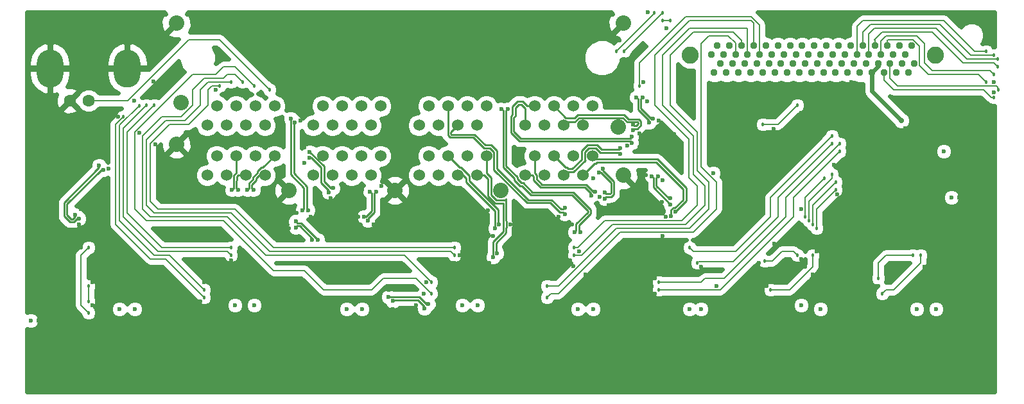
<source format=gbl>
G04 #@! TF.FileFunction,Copper,L4,Bot,Signal*
%FSLAX46Y46*%
G04 Gerber Fmt 4.6, Leading zero omitted, Abs format (unit mm)*
G04 Created by KiCad (PCBNEW 4.0.1-3.201512221402+6198~38~ubuntu14.04.1-stable) date Fri 12 Feb 2016 10:18:42 AM MST*
%MOMM*%
G01*
G04 APERTURE LIST*
%ADD10C,0.100000*%
%ADD11C,0.955040*%
%ADD12C,2.250000*%
%ADD13C,1.524000*%
%ADD14C,2.032000*%
%ADD15O,3.500120X5.001260*%
%ADD16C,1.600200*%
%ADD17C,0.600000*%
%ADD18C,0.711200*%
%ADD19C,0.457200*%
%ADD20C,0.609600*%
%ADD21C,0.177800*%
%ADD22C,0.233341*%
%ADD23C,0.600000*%
G04 APERTURE END LIST*
D10*
D11*
X188168000Y-72354000D03*
X187768000Y-70004000D03*
X188968000Y-71204000D03*
X189768000Y-72354000D03*
X190568000Y-71204000D03*
X191368000Y-72354000D03*
X192168000Y-71204000D03*
X192968000Y-72354000D03*
X193768000Y-71204000D03*
X194568000Y-72354000D03*
X195368000Y-71204000D03*
X196168000Y-72354000D03*
X196968000Y-71204000D03*
X197768000Y-72354000D03*
X198568000Y-71204000D03*
X199368000Y-72354000D03*
X200168000Y-71204000D03*
X200968000Y-72354000D03*
X201768000Y-71204000D03*
X202568000Y-72354000D03*
X203368000Y-71204000D03*
X204168000Y-72354000D03*
X204968000Y-71204000D03*
X205768000Y-72354000D03*
X206568000Y-71204000D03*
X207368000Y-72354000D03*
X208168000Y-71204000D03*
X208968000Y-72354000D03*
X209768000Y-71204000D03*
X210568000Y-72354000D03*
X211368000Y-71204000D03*
X212168000Y-72354000D03*
X212968000Y-71204000D03*
X213768000Y-72354000D03*
X214568000Y-71204000D03*
X188568000Y-68854000D03*
X189368000Y-70004000D03*
X190168000Y-68854000D03*
X190968000Y-70004000D03*
X191768000Y-68854000D03*
X192568000Y-70004000D03*
X193368000Y-68854000D03*
X194168000Y-70004000D03*
X194968000Y-68854000D03*
X195768000Y-70004000D03*
X196568000Y-68854000D03*
X197368000Y-70004000D03*
X198168000Y-68854000D03*
X198968000Y-70004000D03*
X199768000Y-68854000D03*
X200568000Y-70004000D03*
X201368000Y-68854000D03*
X202168000Y-70004000D03*
X202968000Y-68854000D03*
X203768000Y-70004000D03*
X204568000Y-68854000D03*
X205368000Y-70004000D03*
X206168000Y-68854000D03*
X206968000Y-70004000D03*
X207768000Y-68854000D03*
X208568000Y-70004000D03*
X209368000Y-68854000D03*
X210168000Y-70004000D03*
X210968000Y-68854000D03*
X211768000Y-70004000D03*
X212568000Y-68854000D03*
X213368000Y-70004000D03*
X214168000Y-68854000D03*
D12*
X217348000Y-70104000D03*
X184998000Y-70104000D03*
D13*
X163195000Y-85953600D03*
X164465000Y-83413600D03*
X165735000Y-85953600D03*
X167005000Y-83413600D03*
X168275000Y-85953600D03*
X169545000Y-83413600D03*
X170815000Y-85953600D03*
X172085000Y-83413600D03*
X172085000Y-76835000D03*
X158115000Y-83413600D03*
X158115000Y-76835000D03*
X144145000Y-83413600D03*
X144145000Y-76835000D03*
X130175000Y-83413600D03*
X130175000Y-76835000D03*
X167005000Y-76835000D03*
X153035000Y-83413600D03*
X153035000Y-76835000D03*
X139065000Y-83413600D03*
X139065000Y-76835000D03*
X125095000Y-83413600D03*
X125095000Y-76835000D03*
X168275000Y-79375000D03*
X154305000Y-85953600D03*
X154305000Y-79375000D03*
X140335000Y-85953600D03*
X140335000Y-79375000D03*
X126365000Y-85953600D03*
X126365000Y-79375000D03*
X169545000Y-76835000D03*
X155575000Y-83413600D03*
X155575000Y-76835000D03*
X141605000Y-83413600D03*
X141605000Y-76835000D03*
X127635000Y-83413600D03*
X127635000Y-76835000D03*
X170815000Y-79375000D03*
X156845000Y-85953600D03*
X156845000Y-79375000D03*
X142875000Y-85953600D03*
X142875000Y-79375000D03*
X128905000Y-85953600D03*
X128905000Y-79375000D03*
X165735000Y-79375000D03*
X151765000Y-85953600D03*
X151765000Y-79375000D03*
X137795000Y-85953600D03*
X137795000Y-79375000D03*
X123825000Y-85953600D03*
X123825000Y-79375000D03*
X163195000Y-79375000D03*
X149225000Y-85953600D03*
X149225000Y-79375000D03*
X135255000Y-85953600D03*
X135255000Y-79375000D03*
X121285000Y-85953600D03*
X121285000Y-79375000D03*
X164465000Y-76835000D03*
X150495000Y-83413600D03*
X150495000Y-76835000D03*
X136525000Y-83413600D03*
X136525000Y-76835000D03*
X122555000Y-83413600D03*
X122555000Y-76835000D03*
D14*
X176149000Y-85953600D03*
X160020000Y-87960200D03*
X146050000Y-87960200D03*
X132080000Y-87960200D03*
X176149000Y-65913000D03*
X175488600Y-79629000D03*
X117221000Y-81864200D03*
X117221000Y-65913000D03*
X117881400Y-76352400D03*
D15*
X100566220Y-71856600D03*
X110764320Y-71856600D03*
D16*
X105664000Y-76121260D03*
X103164640Y-76121260D03*
D17*
X188017075Y-85687469D03*
X98044000Y-105156000D03*
X218440000Y-82804000D03*
X111760000Y-103632000D03*
X109728000Y-103632000D03*
X127508000Y-103124000D03*
X124968000Y-103124000D03*
X139700000Y-103632000D03*
X141732000Y-103632000D03*
X156972000Y-103124000D03*
X154940000Y-103124000D03*
X219456000Y-88900000D03*
X170180000Y-103632000D03*
X172212000Y-103632000D03*
X217424000Y-103632000D03*
X214884000Y-103632000D03*
X202184000Y-103632000D03*
X199644000Y-103124000D03*
X186436000Y-103632000D03*
X184912000Y-103632000D03*
X98552000Y-84328000D03*
X122673305Y-69841305D03*
X114185242Y-73553152D03*
X117348000Y-72136000D03*
X182880000Y-84062385D03*
X182900231Y-80529615D03*
X181864000Y-66555910D03*
X161036000Y-106172000D03*
X205740000Y-106680000D03*
X124460000Y-107696000D03*
X133096000Y-75692000D03*
X131064000Y-75191910D03*
X162560000Y-75184000D03*
X160528000Y-76200000D03*
X183388000Y-74168000D03*
X162052000Y-82804000D03*
X154432000Y-88900000D03*
X117856000Y-89408000D03*
X112378803Y-80374803D03*
X103124000Y-84836000D03*
X97580010Y-89408000D03*
X97536000Y-70104000D03*
X105664000Y-65024000D03*
X220980000Y-65024000D03*
X200152000Y-65024000D03*
X224536000Y-109728000D03*
X215392000Y-113792000D03*
X192532000Y-113792000D03*
X168148000Y-113792000D03*
X143764000Y-113792000D03*
X120396000Y-113792000D03*
X102108000Y-113792000D03*
X120396000Y-102616000D03*
X106172000Y-100068090D03*
X106680000Y-104648000D03*
X99060000Y-105156000D03*
X106170998Y-103124000D03*
X104648000Y-95504000D03*
X104382385Y-92456000D03*
X104648000Y-90424000D03*
X108204000Y-83577615D03*
X108305412Y-85078381D03*
X114458318Y-81851289D03*
X109543395Y-78194998D03*
X111649197Y-76089197D03*
X145796000Y-103632000D03*
X145288000Y-101092000D03*
X148821398Y-103146602D03*
X149860000Y-101600000D03*
X150183395Y-100113002D03*
X132080000Y-92964000D03*
X133118601Y-90954601D03*
X134996585Y-91440000D03*
X141224000Y-91440000D03*
X143256000Y-92456000D03*
X144272000Y-87376000D03*
X141732000Y-87884000D03*
X139379293Y-87210849D03*
X137580949Y-88987051D03*
X134112000Y-84328000D03*
X134134601Y-82318601D03*
X133626602Y-78762602D03*
X132588000Y-77216000D03*
X122428000Y-74683910D03*
X124968000Y-74676000D03*
X126492000Y-74676000D03*
X128524000Y-75184000D03*
X147320000Y-76708000D03*
X120904000Y-65024000D03*
X141224000Y-65024000D03*
X163068000Y-65024000D03*
X128016000Y-69088000D03*
X152400000Y-69596000D03*
X173228000Y-65024000D03*
X170688000Y-69088000D03*
X158333859Y-90586140D03*
X161288548Y-92431620D03*
X154940000Y-94996000D03*
X154579603Y-96520000D03*
X158981399Y-93957399D03*
X158496000Y-97536000D03*
X165100000Y-102108000D03*
X165100000Y-100076000D03*
X169415214Y-92456000D03*
X170317055Y-96004090D03*
X167640000Y-91440000D03*
X174244000Y-89916000D03*
X173032857Y-88848735D03*
X172212000Y-86360000D03*
X179434803Y-64405197D03*
X175653242Y-68178848D03*
X176276000Y-70612000D03*
X178823910Y-73660000D03*
X180870602Y-78717398D03*
X179324000Y-76200000D03*
X178308000Y-80407518D03*
X176660827Y-82030801D03*
X178308000Y-82296000D03*
X179189027Y-85921103D03*
X181356000Y-86625615D03*
X181284543Y-89479457D03*
X181749464Y-91432096D03*
X180340000Y-101600000D03*
X180340000Y-99568000D03*
X220472000Y-88900000D03*
X217424000Y-83312000D03*
X203980449Y-84563554D03*
X204386296Y-88517098D03*
X195072000Y-100584000D03*
X194056000Y-97536000D03*
X199644000Y-97028000D03*
X201683910Y-96012000D03*
X199621399Y-90446601D03*
X199636090Y-92456000D03*
X209804000Y-100584000D03*
X215399910Y-95504000D03*
X225044000Y-69088000D03*
X225051910Y-75036397D03*
X225051910Y-73652090D03*
X213360000Y-79756000D03*
X195977197Y-79866803D03*
X199644000Y-77724000D03*
X205740000Y-83312000D03*
X203708000Y-79756000D03*
X220980000Y-75692000D03*
X206248000Y-73660000D03*
X189992000Y-74168000D03*
X197612000Y-74168000D03*
X99560090Y-78740000D03*
X98552000Y-78740000D03*
X98044000Y-82804000D03*
X99568000Y-82804000D03*
X101600000Y-79756000D03*
X212344000Y-93472000D03*
X211328000Y-94488000D03*
X211328000Y-98552000D03*
X213868000Y-97536000D03*
X196088000Y-94996000D03*
X198628000Y-93472000D03*
X196088000Y-98552000D03*
X198628000Y-97536000D03*
X183896000Y-94488000D03*
X181356000Y-93987910D03*
X181356000Y-98044000D03*
X183896000Y-98044000D03*
X184912000Y-98044000D03*
X168148000Y-93472000D03*
X166624000Y-94488000D03*
X166624000Y-98044000D03*
X169164000Y-97162910D03*
X153924000Y-93980000D03*
X151892000Y-92964000D03*
X151384000Y-98044000D03*
X153924000Y-97536000D03*
X138684000Y-93980000D03*
X137160000Y-92964000D03*
X139192000Y-97536000D03*
X135680403Y-98088403D03*
X122936000Y-92964000D03*
X124459978Y-94488000D03*
X120904000Y-100076000D03*
X124460000Y-97175603D03*
X108712000Y-93980000D03*
X105664000Y-93980000D03*
X105671910Y-98552000D03*
X108712000Y-98044000D03*
X112776000Y-99060000D03*
X110744000Y-98552000D03*
X110744000Y-99568000D03*
X110236000Y-97536000D03*
X128524000Y-99060000D03*
X126492000Y-98552000D03*
X125984000Y-99568000D03*
X124460000Y-98044000D03*
X142748000Y-100076000D03*
X142748000Y-99067910D03*
X140716000Y-99067910D03*
X140716000Y-100076000D03*
X157988000Y-99060000D03*
X155956000Y-98552000D03*
X155956000Y-99568000D03*
X154432000Y-98044000D03*
X173228000Y-99568000D03*
X171196000Y-99060000D03*
X171196000Y-100076000D03*
X169561197Y-97933197D03*
X188468000Y-100576090D03*
X185928000Y-99059990D03*
X186436000Y-98044000D03*
X203200000Y-100076000D03*
X201168000Y-99060000D03*
X200660000Y-100076000D03*
X200152000Y-98044000D03*
X216408000Y-99060000D03*
X215900000Y-100076000D03*
X217932000Y-98044000D03*
X215900000Y-98044000D03*
X215900000Y-87884000D03*
X215900000Y-89916000D03*
X209804000Y-82804000D03*
X211836000Y-82296000D03*
X220472000Y-82804000D03*
X220980000Y-78232000D03*
X218948000Y-78740000D03*
D18*
X212852000Y-78740000D03*
D19*
X201168000Y-96520000D03*
X204216000Y-87884000D03*
X201676000Y-92964000D03*
X195580000Y-101092000D03*
X225044000Y-75692000D03*
X225628213Y-74676000D03*
X199136000Y-76708000D03*
X194564000Y-79248000D03*
X129540000Y-74676000D03*
X194818000Y-97282000D03*
X204216000Y-86868000D03*
X201168000Y-92456000D03*
X199136000Y-96520000D03*
X203708000Y-85851984D03*
X200660000Y-91948000D03*
X202692000Y-86360000D03*
X200152000Y-91440000D03*
X166116000Y-102108000D03*
X166116000Y-100584000D03*
X169672000Y-96520000D03*
X169672000Y-95504000D03*
X150876000Y-101600000D03*
X127508000Y-74168000D03*
X178308000Y-74168000D03*
X125984000Y-73660000D03*
X150876000Y-100076000D03*
X124460000Y-73660000D03*
X153924000Y-96520000D03*
X122936000Y-74168000D03*
X153924000Y-95504000D03*
X182372000Y-65532000D03*
X181356000Y-65532000D03*
X110236000Y-78232000D03*
X120904000Y-102108000D03*
X112328316Y-76768316D03*
X120904000Y-101092000D03*
X124460000Y-96520000D03*
X113284000Y-76708000D03*
X176276000Y-69596000D03*
X181356000Y-64515996D03*
X175260000Y-69596000D03*
X180263787Y-64516000D03*
X114300000Y-76708000D03*
X124460000Y-95504000D03*
X215392000Y-96520000D03*
X210312000Y-101600000D03*
X214376000Y-96520000D03*
X209804000Y-99568000D03*
X180848006Y-101092000D03*
X204724000Y-82804000D03*
X180848000Y-100075994D03*
X204724000Y-81788000D03*
X185928010Y-97536000D03*
X203708000Y-81788000D03*
X203708000Y-80772000D03*
X184912000Y-95504000D03*
X224028000Y-69596000D03*
X225044000Y-70104000D03*
X225552000Y-70612000D03*
X225552000Y-71628000D03*
X105664000Y-100584000D03*
X105664000Y-102616000D03*
X225044000Y-72644000D03*
X105664000Y-95504000D03*
X105664000Y-104140000D03*
X224028000Y-73660000D03*
D17*
X171946068Y-88657932D03*
X172497660Y-88106340D03*
X172952204Y-85619796D03*
X173736000Y-88253385D03*
X175768000Y-82391146D03*
X180730035Y-86108580D03*
X182372000Y-89017965D03*
X175768000Y-83171216D03*
X179949965Y-86108580D03*
X182372000Y-89798035D03*
X173503796Y-85068204D03*
X173736000Y-89033455D03*
X182470983Y-91342976D03*
X183022575Y-90791384D03*
X159536376Y-96244204D03*
X150489364Y-102990494D03*
X145230668Y-102024751D03*
X132978782Y-92846035D03*
X135123585Y-94488000D03*
X126609965Y-87884000D03*
X177458599Y-80047169D03*
X159787796Y-92431624D03*
X168455808Y-91065455D03*
X142515796Y-91967216D03*
X143561183Y-88140587D03*
X134636236Y-90558201D03*
X132863796Y-79015796D03*
X124577965Y-87884000D03*
X177458599Y-79267099D03*
X159236204Y-92983216D03*
X168455808Y-90285385D03*
X141964204Y-91415624D03*
X142781113Y-88140587D03*
X133856166Y-90558201D03*
X132312204Y-78464204D03*
X125358035Y-87884000D03*
X178698035Y-75692000D03*
X180107796Y-78464204D03*
X158984784Y-96795796D03*
X149937772Y-103542086D03*
X145782260Y-102576343D03*
X132978782Y-92065965D03*
X135903655Y-94488000D03*
X127390035Y-87884000D03*
X177917965Y-75692000D03*
X179556204Y-79015796D03*
X177292000Y-80889965D03*
X160918035Y-77216000D03*
X170555633Y-93486402D03*
X137327755Y-88224244D03*
X134823457Y-83679887D03*
X107597997Y-85245997D03*
X103864204Y-91164204D03*
X177292000Y-81670035D03*
X160137965Y-77216000D03*
X169775563Y-93486402D03*
X137879347Y-87672652D03*
X134823457Y-82899817D03*
X107046405Y-84694405D03*
X104415796Y-91715796D03*
D20*
X208968000Y-72354000D02*
X208968000Y-74856000D01*
X208968000Y-74856000D02*
X212852000Y-78740000D01*
X209768000Y-71204000D02*
X209768000Y-71554000D01*
X209768000Y-71554000D02*
X208968000Y-72354000D01*
D21*
X195580000Y-101092000D02*
X198120000Y-101092000D01*
X198120000Y-101092000D02*
X201168000Y-98044000D01*
X201168000Y-98044000D02*
X201168000Y-96520000D01*
X204216000Y-87884000D02*
X201676000Y-90424000D01*
X201676000Y-92964000D02*
X201676000Y-90424000D01*
X210568000Y-72354000D02*
X210568000Y-73408000D01*
X210568000Y-73408000D02*
X211836000Y-74676000D01*
X223704711Y-74676000D02*
X224720711Y-75692000D01*
X211836000Y-74676000D02*
X223704711Y-74676000D01*
X224720711Y-75692000D02*
X225044000Y-75692000D01*
X225552000Y-74352711D02*
X225552000Y-74676000D01*
X225552000Y-74676000D02*
X225628213Y-74676000D01*
X225367289Y-74168000D02*
X225552000Y-74352711D01*
X211368000Y-73192000D02*
X212344000Y-74168000D01*
X211368000Y-71204000D02*
X211368000Y-73192000D01*
X212344000Y-74168000D02*
X225367289Y-74168000D01*
X194564000Y-79248000D02*
X196596000Y-79248000D01*
X196596000Y-79248000D02*
X199136000Y-76708000D01*
X125984000Y-71120000D02*
X129540000Y-74676000D01*
X118872000Y-68072000D02*
X122936000Y-68072000D01*
X122936000Y-68072000D02*
X125984000Y-71120000D01*
X116332000Y-70612000D02*
X118872000Y-68072000D01*
X110822740Y-76121260D02*
X116332000Y-70612000D01*
X105664000Y-76121260D02*
X110822740Y-76121260D01*
X194818000Y-97282000D02*
X195834000Y-97282000D01*
X195834000Y-97282000D02*
X197104000Y-96012000D01*
X198628000Y-96012000D02*
X199136000Y-96520000D01*
X197104000Y-96012000D02*
X198628000Y-96012000D01*
X203987401Y-87096599D02*
X204216000Y-86868000D01*
X201168000Y-92456000D02*
X201168000Y-89916000D01*
X201168000Y-89916000D02*
X203987401Y-87096599D01*
X200660000Y-91948000D02*
X200660000Y-89408000D01*
X200660000Y-89408000D02*
X203708000Y-86360000D01*
X203708000Y-86360000D02*
X203708000Y-85851984D01*
X200152000Y-88900000D02*
X202692000Y-86360000D01*
X200152000Y-91440000D02*
X200152000Y-88900000D01*
X166116000Y-102108000D02*
X166624000Y-101600000D01*
X187452000Y-67564000D02*
X189992000Y-67564000D01*
X166624000Y-101600000D02*
X167640000Y-101600000D01*
X185420000Y-93472000D02*
X188468000Y-90424000D01*
X167640000Y-101600000D02*
X175768000Y-93472000D01*
X175768000Y-93472000D02*
X185420000Y-93472000D01*
X188468000Y-90424000D02*
X188468000Y-86868000D01*
X188468000Y-86868000D02*
X186436000Y-84836000D01*
X189992000Y-67564000D02*
X190968000Y-68540000D01*
X186436000Y-84836000D02*
X186436000Y-68580000D01*
X186436000Y-68580000D02*
X187452000Y-67564000D01*
X190968000Y-68540000D02*
X190968000Y-69328685D01*
X190968000Y-69328685D02*
X190968000Y-70004000D01*
X175260000Y-92964000D02*
X167640000Y-100584000D01*
X167640000Y-100584000D02*
X166116000Y-100584000D01*
X184912000Y-92964000D02*
X175260000Y-92964000D01*
X187452000Y-90424000D02*
X184912000Y-92964000D01*
X187452000Y-86868000D02*
X187452000Y-90424000D01*
X185928000Y-85344000D02*
X187452000Y-86868000D01*
X185928000Y-80264000D02*
X185928000Y-85344000D01*
X182372000Y-76708000D02*
X185928000Y-80264000D01*
X182372000Y-70104000D02*
X182372000Y-76708000D01*
X184404000Y-68072000D02*
X182372000Y-70104000D01*
X185420000Y-67056000D02*
X184404000Y-68072000D01*
X190645315Y-67056000D02*
X185420000Y-67056000D01*
X191768000Y-68854000D02*
X191768000Y-68178685D01*
X191768000Y-68178685D02*
X190645315Y-67056000D01*
X169672000Y-96520000D02*
X170688000Y-96520000D01*
X174752000Y-92456000D02*
X184404000Y-92456000D01*
X170688000Y-96520000D02*
X174752000Y-92456000D01*
X181356000Y-70104000D02*
X184912000Y-66548000D01*
X184912000Y-66548000D02*
X192532000Y-66548000D01*
X184404000Y-92456000D02*
X186944000Y-89916000D01*
X186944000Y-89916000D02*
X186944000Y-87376000D01*
X181356000Y-76708000D02*
X181356000Y-70104000D01*
X186944000Y-87376000D02*
X185420000Y-85852000D01*
X185420000Y-85852000D02*
X185420000Y-80772000D01*
X185420000Y-80772000D02*
X181356000Y-76708000D01*
X192568000Y-66584000D02*
X192568000Y-70004000D01*
X192532000Y-66548000D02*
X192568000Y-66584000D01*
X173736000Y-91948000D02*
X170180000Y-95504000D01*
X170180000Y-95504000D02*
X169672000Y-95504000D01*
X183896000Y-91948000D02*
X173736000Y-91948000D01*
X185928000Y-89916000D02*
X183896000Y-91948000D01*
X185928000Y-88649493D02*
X185928000Y-89916000D01*
X185928000Y-87376000D02*
X185928000Y-88649493D01*
X184808065Y-86256065D02*
X185928000Y-87376000D01*
X180340000Y-76708000D02*
X184808065Y-81176065D01*
X184808065Y-81176065D02*
X184808065Y-86256065D01*
X180340000Y-70104000D02*
X180340000Y-76708000D01*
X184912000Y-65532000D02*
X180340000Y-70104000D01*
X193040000Y-65532000D02*
X184912000Y-65532000D01*
X193368000Y-65860000D02*
X193040000Y-65532000D01*
X193368000Y-68854000D02*
X193368000Y-65860000D01*
X178308000Y-74168000D02*
X178308000Y-71120000D01*
X178308000Y-71120000D02*
X184404000Y-65024000D01*
X184404000Y-65024000D02*
X193040000Y-65024000D01*
X193040000Y-65024000D02*
X194168000Y-66152000D01*
X194168000Y-66152000D02*
X194168000Y-70004000D01*
X127508000Y-74168000D02*
X124968000Y-71628000D01*
X124968000Y-71628000D02*
X123444000Y-71628000D01*
X122428000Y-72644000D02*
X119380000Y-72644000D01*
X113284000Y-91948000D02*
X123444000Y-91948000D01*
X123444000Y-91948000D02*
X130048000Y-98552000D01*
X134112000Y-98552000D02*
X136652000Y-101092000D01*
X143000466Y-101092000D02*
X144524466Y-99568000D01*
X136652000Y-101092000D02*
X143000466Y-101092000D01*
X148844000Y-99568000D02*
X150647401Y-101371401D01*
X150647401Y-101371401D02*
X150876000Y-101600000D01*
X119380000Y-72644000D02*
X111760000Y-80264000D01*
X111760000Y-90424000D02*
X113284000Y-91948000D01*
X144524466Y-99568000D02*
X148844000Y-99568000D01*
X130048000Y-98552000D02*
X134112000Y-98552000D01*
X111760000Y-80264000D02*
X111760000Y-90424000D01*
X123444000Y-71628000D02*
X122428000Y-72644000D01*
X125984000Y-73660000D02*
X124968000Y-72644000D01*
X120904000Y-73152000D02*
X119380000Y-74676000D01*
X129032000Y-96520000D02*
X147320000Y-96520000D01*
X124968000Y-72644000D02*
X123952000Y-72644000D01*
X123952000Y-72644000D02*
X123444000Y-73152000D01*
X123444000Y-73152000D02*
X120904000Y-73152000D01*
X147320000Y-96520000D02*
X150876000Y-100076000D01*
X119380000Y-74676000D02*
X119380000Y-76677014D01*
X119380000Y-76677014D02*
X117825014Y-78232000D01*
X117825014Y-78232000D02*
X115316000Y-78232000D01*
X115316000Y-78232000D02*
X112776000Y-80772000D01*
X112776000Y-90424000D02*
X113792000Y-91440000D01*
X112776000Y-80772000D02*
X112776000Y-90424000D01*
X113792000Y-91440000D02*
X123952000Y-91440000D01*
X123952000Y-91440000D02*
X129032000Y-96520000D01*
X153924000Y-96520000D02*
X153416000Y-96012000D01*
X120396000Y-74676000D02*
X121412000Y-73660000D01*
X153416000Y-96012000D02*
X129540000Y-96012000D01*
X129540000Y-96012000D02*
X124460000Y-90932000D01*
X124460000Y-90932000D02*
X114300000Y-90932000D01*
X114300000Y-90932000D02*
X113284000Y-89916000D01*
X113284000Y-89916000D02*
X113284000Y-81280000D01*
X115824000Y-78740000D02*
X118364000Y-78740000D01*
X113284000Y-81280000D02*
X115824000Y-78740000D01*
X118364000Y-78740000D02*
X120396000Y-76708000D01*
X120396000Y-76708000D02*
X120396000Y-74676000D01*
X121412000Y-73660000D02*
X121920000Y-73660000D01*
X121920000Y-73660000D02*
X124460000Y-73660000D01*
X153924000Y-95504000D02*
X130048000Y-95504000D01*
X124968000Y-90424000D02*
X114808000Y-90424000D01*
X130048000Y-95504000D02*
X124968000Y-90424000D01*
X114808000Y-90424000D02*
X113792000Y-89408000D01*
X116332000Y-79248000D02*
X118872000Y-79248000D01*
X121412000Y-76708000D02*
X121412000Y-74676000D01*
X113792000Y-89408000D02*
X113792000Y-81788000D01*
X113792000Y-81788000D02*
X116332000Y-79248000D01*
X118872000Y-79248000D02*
X121412000Y-76708000D01*
X121412000Y-74676000D02*
X121920000Y-74168000D01*
X121920000Y-74168000D02*
X122936000Y-74168000D01*
X181356000Y-65532000D02*
X182372000Y-65532000D01*
X109220000Y-92456000D02*
X109220000Y-79248000D01*
X109220000Y-79248000D02*
X110236000Y-78232000D01*
X113792000Y-97028000D02*
X109220000Y-92456000D01*
X115824000Y-97028000D02*
X113792000Y-97028000D01*
X120904000Y-102108000D02*
X115824000Y-97028000D01*
X120904000Y-101092000D02*
X116332000Y-96520000D01*
X116332000Y-96520000D02*
X114300000Y-96520000D01*
X114300000Y-96520000D02*
X109728000Y-91948000D01*
X109728000Y-91948000D02*
X109728000Y-79368632D01*
X109728000Y-79368632D02*
X112328316Y-76768316D01*
X181356000Y-64515996D02*
X176276000Y-69595996D01*
X124460000Y-96520000D02*
X123952000Y-96012000D01*
X123952000Y-96012000D02*
X114808000Y-96012000D01*
X114808000Y-96012000D02*
X110236000Y-91440000D01*
X110236000Y-79756000D02*
X113284000Y-76708000D01*
X110236000Y-91440000D02*
X110236000Y-79756000D01*
X176276000Y-69595996D02*
X176276000Y-69596000D01*
X124460000Y-95504000D02*
X115316000Y-95504000D01*
X115316000Y-95504000D02*
X110744000Y-90932000D01*
X110744000Y-90932000D02*
X110744000Y-80264000D01*
X110744000Y-80264000D02*
X111252000Y-79756000D01*
X111252000Y-79756000D02*
X114300000Y-76708000D01*
X180263787Y-64516000D02*
X180263787Y-64592213D01*
X180263787Y-64592213D02*
X175260000Y-69596000D01*
X210312000Y-101600000D02*
X210820000Y-101092000D01*
X210820000Y-101092000D02*
X211836000Y-101092000D01*
X211836000Y-101092000D02*
X215392000Y-97536000D01*
X215392000Y-97536000D02*
X215392000Y-96520000D01*
X210820000Y-96520000D02*
X214376000Y-96520000D01*
X209804000Y-97536000D02*
X210820000Y-96520000D01*
X209804000Y-99568000D02*
X209804000Y-97536000D01*
X204724000Y-82804000D02*
X198628000Y-88900000D01*
X198628000Y-88900000D02*
X198628000Y-91440000D01*
X198628000Y-91440000D02*
X188976000Y-101092000D01*
X188976000Y-101092000D02*
X181171295Y-101092000D01*
X181171295Y-101092000D02*
X180848006Y-101092000D01*
X204724000Y-81788000D02*
X197612000Y-88900000D01*
X197612000Y-88900000D02*
X197612000Y-91440000D01*
X197612000Y-91440000D02*
X189484000Y-99568000D01*
X189484000Y-99568000D02*
X186944000Y-99568000D01*
X186944000Y-99568000D02*
X186436000Y-100076000D01*
X186436000Y-100076000D02*
X181171293Y-100076000D01*
X181171293Y-100076000D02*
X181171289Y-100075996D01*
X181171289Y-100075996D02*
X180848002Y-100075996D01*
X180848002Y-100075996D02*
X180848000Y-100075994D01*
X203708000Y-81788000D02*
X196596000Y-88900000D01*
X196596000Y-88900000D02*
X196596000Y-91440000D01*
X196596000Y-91440000D02*
X190634917Y-97401083D01*
X190634917Y-97401083D02*
X186062927Y-97401083D01*
X186062927Y-97401083D02*
X185928010Y-97536000D01*
X184912000Y-95504000D02*
X185420000Y-96012000D01*
X195580000Y-88900000D02*
X203708000Y-80772000D01*
X185420000Y-96012000D02*
X191008000Y-96012000D01*
X191008000Y-96012000D02*
X195580000Y-91440000D01*
X195580000Y-91440000D02*
X195580000Y-88900000D01*
X224028000Y-69596000D02*
X222504000Y-69596000D01*
X207772000Y-65532000D02*
X206968000Y-66336000D01*
X222504000Y-69596000D02*
X218440000Y-65532000D01*
X218440000Y-65532000D02*
X207772000Y-65532000D01*
X206968000Y-66336000D02*
X206968000Y-70004000D01*
X225044000Y-70104000D02*
X221996000Y-70104000D01*
X221996000Y-70104000D02*
X217932000Y-66040000D01*
X217932000Y-66040000D02*
X208788000Y-66040000D01*
X208788000Y-66040000D02*
X207768000Y-67060000D01*
X207768000Y-67060000D02*
X207768000Y-68854000D01*
X225552000Y-70612000D02*
X221488000Y-70612000D01*
X221488000Y-70612000D02*
X217424000Y-66548000D01*
X217424000Y-66548000D02*
X209296000Y-66548000D01*
X209296000Y-66548000D02*
X208568000Y-67276000D01*
X208568000Y-67276000D02*
X208568000Y-70004000D01*
X225552000Y-71628000D02*
X225044000Y-71120000D01*
X225044000Y-71120000D02*
X220980000Y-71120000D01*
X220980000Y-71120000D02*
X216916000Y-67056000D01*
X216916000Y-67056000D02*
X210312000Y-67056000D01*
X210312000Y-67056000D02*
X209296000Y-68072000D01*
X209296000Y-68072000D02*
X209368000Y-68144000D01*
X209368000Y-68144000D02*
X209368000Y-68854000D01*
X105664000Y-102616000D02*
X105664000Y-100584000D01*
X216916000Y-72136000D02*
X224536000Y-72136000D01*
X224536000Y-72136000D02*
X225044000Y-72644000D01*
X215900000Y-71120000D02*
X216916000Y-72136000D01*
X215900000Y-70640534D02*
X215900000Y-71120000D01*
X215900000Y-68580000D02*
X215900000Y-70640534D01*
X214884000Y-67564000D02*
X215900000Y-68580000D01*
X210820000Y-67564000D02*
X214884000Y-67564000D01*
X210168000Y-68216000D02*
X210820000Y-67564000D01*
X210168000Y-70004000D02*
X210168000Y-68216000D01*
X104648000Y-103124000D02*
X104648000Y-96520000D01*
X104648000Y-96520000D02*
X105664000Y-95504000D01*
X105664000Y-104140000D02*
X104648000Y-103124000D01*
X219964000Y-72644000D02*
X223012000Y-72644000D01*
X223012000Y-72644000D02*
X224028000Y-73660000D01*
X210968000Y-68854000D02*
X210968000Y-68178685D01*
X210968000Y-68178685D02*
X211074685Y-68072000D01*
X216408000Y-72644000D02*
X219964000Y-72644000D01*
X211074685Y-68072000D02*
X214412264Y-68072000D01*
X214412264Y-68072000D02*
X215261421Y-68921157D01*
X215261421Y-68921157D02*
X215261421Y-71497421D01*
X215261421Y-71497421D02*
X216408000Y-72644000D01*
D22*
X164172675Y-85953600D02*
X164315927Y-86096852D01*
X164315927Y-86607560D02*
X165291072Y-87582705D01*
X165291072Y-87582705D02*
X171130108Y-87582705D01*
X171130108Y-87582705D02*
X171946068Y-88398665D01*
X163195000Y-85953600D02*
X164172675Y-85953600D01*
X164315927Y-86096852D02*
X164315927Y-86607560D01*
X171946068Y-88398665D02*
X171946068Y-88657932D01*
X164729328Y-85925603D02*
X164729328Y-86436324D01*
X164465000Y-83413600D02*
X164465000Y-85661275D01*
X165462299Y-87169295D02*
X171301348Y-87169295D01*
X164465000Y-85661275D02*
X164729328Y-85925603D01*
X164729328Y-86436324D02*
X165462299Y-87169295D01*
X171301348Y-87169295D02*
X172238393Y-88106340D01*
X172238393Y-88106340D02*
X172497660Y-88106340D01*
X173919331Y-88436716D02*
X174414960Y-88436716D01*
X174414960Y-88436716D02*
X174545295Y-88306381D01*
X174545295Y-86953620D02*
X173211471Y-85619796D01*
X173736000Y-88253385D02*
X173919331Y-88436716D01*
X174545295Y-88306381D02*
X174545295Y-86953620D01*
X173211471Y-85619796D02*
X172952204Y-85619796D01*
X171431040Y-81994527D02*
X172738960Y-81994527D01*
X172738960Y-81994527D02*
X173318910Y-82574477D01*
X173318910Y-82574477D02*
X175584669Y-82574477D01*
X169424884Y-85111896D02*
X170665927Y-83870853D01*
X170665927Y-83870853D02*
X170665927Y-82759640D01*
X170665927Y-82759640D02*
X171431040Y-81994527D01*
X175584669Y-82574477D02*
X175768000Y-82391146D01*
X167005000Y-83413600D02*
X168539328Y-84947928D01*
X168539328Y-84947928D02*
X168757724Y-84947928D01*
X168757724Y-84947928D02*
X168921692Y-85111896D01*
X168921692Y-85111896D02*
X169424884Y-85111896D01*
X182176581Y-89017965D02*
X180546704Y-87388088D01*
X182372000Y-89017965D02*
X182176581Y-89017965D01*
X180546704Y-87388088D02*
X180546704Y-86291911D01*
X180546704Y-86291911D02*
X180730035Y-86108580D01*
X169596124Y-85525304D02*
X171152216Y-83969212D01*
X171602276Y-82407928D02*
X172567724Y-82407928D01*
X171152216Y-83969212D02*
X171079328Y-83896324D01*
X171079328Y-83896324D02*
X171079328Y-82930876D01*
X171079328Y-82930876D02*
X171602276Y-82407928D01*
X172567724Y-82407928D02*
X173147681Y-82987885D01*
X173147681Y-82987885D02*
X175584669Y-82987885D01*
X175584669Y-82987885D02*
X175768000Y-83171216D01*
X168275000Y-85953600D02*
X168703296Y-85525304D01*
X168703296Y-85525304D02*
X169596124Y-85525304D01*
X182372000Y-89798035D02*
X180133296Y-87559331D01*
X180133296Y-87559331D02*
X180133296Y-86291911D01*
X180133296Y-86291911D02*
X179949965Y-86108580D01*
X174958705Y-88477619D02*
X174958705Y-86782380D01*
X173736000Y-89033455D02*
X173919331Y-88850124D01*
X173919331Y-88850124D02*
X174586200Y-88850124D01*
X174586200Y-88850124D02*
X174958705Y-88477619D01*
X174958705Y-86782380D02*
X173503796Y-85327471D01*
X173503796Y-85327471D02*
X173503796Y-85068204D01*
X172349328Y-84419272D02*
X170815000Y-85953600D01*
X184028014Y-87800338D02*
X180482980Y-84255304D01*
X180482980Y-84255304D02*
X172731692Y-84255304D01*
X172731692Y-84255304D02*
X172567724Y-84419272D01*
X172567724Y-84419272D02*
X172349328Y-84419272D01*
X184028014Y-89201295D02*
X184028014Y-87800338D01*
X182470983Y-91342976D02*
X182470983Y-90758326D01*
X182470983Y-90758326D02*
X182478904Y-90750405D01*
X182478904Y-90750405D02*
X182478904Y-90530421D01*
X182478904Y-90530421D02*
X182761612Y-90247713D01*
X182761612Y-90247713D02*
X182981596Y-90247713D01*
X182981596Y-90247713D02*
X184028014Y-89201295D01*
X172513296Y-83841896D02*
X172085000Y-83413600D01*
X184475485Y-87663161D02*
X180654220Y-83841896D01*
X183022575Y-90791384D02*
X184475485Y-89338474D01*
X184475485Y-89338474D02*
X184475485Y-87663161D01*
X180654220Y-83841896D02*
X172513296Y-83841896D01*
X160734705Y-93557619D02*
X160734705Y-92873986D01*
X159536376Y-96244204D02*
X159398194Y-96106022D01*
X160744868Y-91999425D02*
X160734705Y-91989262D01*
X160734705Y-91989262D02*
X160734705Y-89109811D01*
X160734705Y-92873986D02*
X160744868Y-92863823D01*
X159398194Y-94894130D02*
X160734705Y-93557619D01*
X158760328Y-88564844D02*
X158760328Y-86306603D01*
X160744868Y-92863823D02*
X160744868Y-91999425D01*
X159398194Y-96106022D02*
X159398194Y-94894130D01*
X160734705Y-89109811D02*
X160624644Y-89219872D01*
X160624644Y-89219872D02*
X159415356Y-89219872D01*
X159415356Y-89219872D02*
X158760328Y-88564844D01*
X158760328Y-86306603D02*
X158115000Y-85661275D01*
X158115000Y-85661275D02*
X158115000Y-83413600D01*
X150230097Y-102990494D02*
X150489364Y-102990494D01*
X145230668Y-102024751D02*
X149264354Y-102024751D01*
X149264354Y-102024751D02*
X150230097Y-102990494D01*
X135123585Y-94488000D02*
X135123585Y-94292581D01*
X135123585Y-94292581D02*
X133493708Y-92662704D01*
X133493708Y-92662704D02*
X133162113Y-92662704D01*
X133162113Y-92662704D02*
X132978782Y-92846035D01*
X127370672Y-86436324D02*
X126793296Y-87013700D01*
X126793296Y-87013700D02*
X126793296Y-87700669D01*
X130175000Y-83413600D02*
X128640672Y-84947928D01*
X128640672Y-84947928D02*
X128422276Y-84947928D01*
X126793296Y-87700669D02*
X126609965Y-87884000D01*
X127899328Y-85470876D02*
X127899328Y-85689272D01*
X128422276Y-84947928D02*
X127899328Y-85470876D01*
X127899328Y-85689272D02*
X127370672Y-86217928D01*
X127370672Y-86217928D02*
X127370672Y-86436324D01*
X178514705Y-78860972D02*
X178187029Y-78533296D01*
X169747639Y-78369328D02*
X168539328Y-78369328D01*
X178187029Y-78533296D02*
X176841848Y-78533296D01*
X168539328Y-78369328D02*
X167005000Y-76835000D01*
X176841848Y-78533296D02*
X176264479Y-77955927D01*
X176264479Y-77955927D02*
X170161040Y-77955927D01*
X170161040Y-77955927D02*
X169747639Y-78369328D01*
X178514705Y-79377031D02*
X178514705Y-78860972D01*
X178027898Y-79863838D02*
X178514705Y-79377031D01*
X177458599Y-80047169D02*
X177641930Y-79863838D01*
X177641930Y-79863838D02*
X178027898Y-79863838D01*
X154569328Y-84947928D02*
X153035000Y-83413600D01*
X154787724Y-84947928D02*
X154569328Y-84947928D01*
X155839328Y-86738092D02*
X155839328Y-85999532D01*
X159649614Y-92293442D02*
X159649614Y-90548378D01*
X159649614Y-90548378D02*
X155839328Y-86738092D01*
X155839328Y-85999532D02*
X154787724Y-84947928D01*
X159787796Y-92431624D02*
X159649614Y-92293442D01*
X156378381Y-80978705D02*
X153330381Y-80978705D01*
X168455808Y-91065455D02*
X168272477Y-90882124D01*
X168272477Y-90882124D02*
X167805800Y-90882124D01*
X163490381Y-89614705D02*
X159120672Y-85244996D01*
X166538381Y-89614705D02*
X163490381Y-89614705D01*
X167805800Y-90882124D02*
X166538381Y-89614705D01*
X159120672Y-85244996D02*
X159120672Y-82930876D01*
X159120672Y-82930876D02*
X158597724Y-82407928D01*
X158597724Y-82407928D02*
X157807604Y-82407928D01*
X157807604Y-82407928D02*
X156378381Y-80978705D01*
X153330381Y-80978705D02*
X153035000Y-80683324D01*
X153035000Y-80683324D02*
X153035000Y-80231589D01*
X153035000Y-80231589D02*
X153035000Y-76835000D01*
X142515796Y-91707949D02*
X142515796Y-91967216D01*
X143561183Y-88140587D02*
X143377852Y-88323918D01*
X143377852Y-88323918D02*
X143377852Y-90845893D01*
X143377852Y-90845893D02*
X142515796Y-91707949D01*
X132863796Y-79015796D02*
X132725614Y-79153978D01*
X132725614Y-79153978D02*
X132725614Y-85697290D01*
X132725614Y-85697290D02*
X134452905Y-87424581D01*
X134452905Y-90374870D02*
X134636236Y-90558201D01*
X134452905Y-87424581D02*
X134452905Y-90374870D01*
X125095000Y-83413600D02*
X125095000Y-85661275D01*
X124761296Y-86505700D02*
X124761296Y-87700669D01*
X125095000Y-85661275D02*
X124830672Y-85925603D01*
X124830672Y-85925603D02*
X124830672Y-86436324D01*
X124830672Y-86436324D02*
X124761296Y-86505700D01*
X124761296Y-87700669D02*
X124577965Y-87884000D01*
X170332276Y-78369328D02*
X169754900Y-78946704D01*
X168703296Y-78946704D02*
X168275000Y-79375000D01*
X178101295Y-79032210D02*
X178015789Y-78946704D01*
X178015789Y-78946704D02*
X176670620Y-78946704D01*
X176670620Y-78946704D02*
X176093244Y-78369328D01*
X176093244Y-78369328D02*
X170332276Y-78369328D01*
X169754900Y-78946704D02*
X168703296Y-78946704D01*
X178101295Y-79205793D02*
X178101295Y-79032210D01*
X177856658Y-79450430D02*
X178101295Y-79205793D01*
X177458599Y-79267099D02*
X177641930Y-79450430D01*
X177641930Y-79450430D02*
X177856658Y-79450430D01*
X159236204Y-92983216D02*
X159236204Y-90719605D01*
X159236204Y-90719605D02*
X155425927Y-86909328D01*
X155425927Y-86909328D02*
X155425927Y-86389178D01*
X155425927Y-86389178D02*
X154990349Y-85953600D01*
X154990349Y-85953600D02*
X154305000Y-85953600D01*
X159534073Y-82759640D02*
X158768960Y-81994527D01*
X163661619Y-89201295D02*
X159534073Y-85073749D01*
X156549619Y-80565295D02*
X153501619Y-80565295D01*
X168455808Y-90285385D02*
X168272477Y-90468716D01*
X153448410Y-80231590D02*
X154305000Y-79375000D01*
X168272477Y-90468716D02*
X167977040Y-90468716D01*
X167977040Y-90468716D02*
X166709619Y-89201295D01*
X166709619Y-89201295D02*
X163661619Y-89201295D01*
X159534073Y-85073749D02*
X159534073Y-82759640D01*
X158768960Y-81994527D02*
X157978849Y-81994527D01*
X157978849Y-81994527D02*
X156549619Y-80565295D01*
X153501619Y-80565295D02*
X153448410Y-80512086D01*
X153448410Y-80512086D02*
X153448410Y-80231590D01*
X142964444Y-88323918D02*
X142964444Y-90674651D01*
X142964444Y-90674651D02*
X142223471Y-91415624D01*
X142223471Y-91415624D02*
X141964204Y-91415624D01*
X142781113Y-88140587D02*
X142964444Y-88323918D01*
X132312204Y-85868528D02*
X134039497Y-87595821D01*
X132312204Y-78464204D02*
X132312204Y-85868528D01*
X134039497Y-90374870D02*
X133856166Y-90558201D01*
X134039497Y-87595821D02*
X134039497Y-90374870D01*
X125387325Y-85953600D02*
X125244073Y-86096852D01*
X126365000Y-85953600D02*
X125387325Y-85953600D01*
X125244073Y-86096852D02*
X125244073Y-86607560D01*
X125244073Y-86607560D02*
X125174704Y-86676929D01*
X125174704Y-86676929D02*
X125174704Y-87700669D01*
X125174704Y-87700669D02*
X125358035Y-87884000D01*
X179848529Y-78464204D02*
X178514704Y-77130379D01*
X180107796Y-78464204D02*
X179848529Y-78464204D01*
X178514704Y-77130379D02*
X178514704Y-75875331D01*
X178514704Y-75875331D02*
X178698035Y-75692000D01*
X158984784Y-96795796D02*
X158984784Y-94722892D01*
X158984784Y-94722892D02*
X160321295Y-93386381D01*
X157822675Y-85953600D02*
X156845000Y-85953600D01*
X160321295Y-89633273D02*
X159244120Y-89633273D01*
X160321295Y-93386381D02*
X160321295Y-92702759D01*
X160321295Y-92702759D02*
X160331467Y-92692587D01*
X160331467Y-92692587D02*
X160331467Y-92170661D01*
X160331467Y-92170661D02*
X160321295Y-92160489D01*
X160321295Y-92160489D02*
X160321295Y-89633273D01*
X159244120Y-89633273D02*
X158346927Y-88736080D01*
X158346927Y-88736080D02*
X158346927Y-86477852D01*
X158346927Y-86477852D02*
X157822675Y-85953600D01*
X145782260Y-102576343D02*
X145920442Y-102438161D01*
X149093114Y-102438161D02*
X149937772Y-103282819D01*
X145920442Y-102438161D02*
X149093114Y-102438161D01*
X149937772Y-103282819D02*
X149937772Y-103542086D01*
X135903655Y-94488000D02*
X133664951Y-92249296D01*
X133664951Y-92249296D02*
X133162113Y-92249296D01*
X133162113Y-92249296D02*
X132978782Y-92065965D01*
X127206704Y-87184929D02*
X127206704Y-87700669D01*
X128219651Y-85953600D02*
X127784073Y-86389178D01*
X127784073Y-86389178D02*
X127784073Y-86607560D01*
X128905000Y-85953600D02*
X128219651Y-85953600D01*
X127784073Y-86607560D02*
X127206704Y-87184929D01*
X127206704Y-87700669D02*
X127390035Y-87884000D01*
X179556204Y-79015796D02*
X179556204Y-78756529D01*
X179556204Y-78756529D02*
X178101296Y-77301621D01*
X178101296Y-77301621D02*
X178101296Y-75875331D01*
X178101296Y-75875331D02*
X177917965Y-75692000D01*
X161956799Y-77035230D02*
X161956799Y-78111525D01*
X161956799Y-78111525D02*
X161750705Y-78317619D01*
X162374469Y-76617560D02*
X161956799Y-77035230D01*
X162685235Y-76617560D02*
X162374469Y-76617560D01*
X163195000Y-79375000D02*
X163195000Y-77127325D01*
X163195000Y-77127325D02*
X162685235Y-76617560D01*
X161750705Y-80178381D02*
X161750705Y-78317619D01*
X162645620Y-81073296D02*
X161750705Y-80178381D01*
X177292000Y-80889965D02*
X177108669Y-81073296D01*
X177108669Y-81073296D02*
X162645620Y-81073296D01*
X162189328Y-86205004D02*
X160734704Y-84750380D01*
X160734704Y-84750380D02*
X160734704Y-77399331D01*
X160734704Y-77399331D02*
X160918035Y-77216000D01*
X169594440Y-88185295D02*
X164169619Y-88185295D01*
X164169619Y-88185295D02*
X162943596Y-86959272D01*
X162943596Y-86959272D02*
X162712276Y-86959272D01*
X162712276Y-86959272D02*
X162189328Y-86436324D01*
X162189328Y-86436324D02*
X162189328Y-86205004D01*
X171910705Y-90501560D02*
X169594440Y-88185295D01*
X171910705Y-91017619D02*
X171910705Y-90501560D01*
X170372302Y-92556022D02*
X171910705Y-91017619D01*
X170555633Y-93486402D02*
X170372302Y-93303071D01*
X170372302Y-93303071D02*
X170372302Y-92556022D01*
X134823457Y-83679887D02*
X135018876Y-83679887D01*
X136281576Y-86918798D02*
X137327755Y-87964977D01*
X135018876Y-83679887D02*
X136281576Y-84942587D01*
X136281576Y-84942587D02*
X136281576Y-86918798D01*
X137327755Y-87964977D02*
X137327755Y-88224244D01*
X102822705Y-89762022D02*
X107338730Y-85245997D01*
X102822705Y-91191202D02*
X102822705Y-89762022D01*
X107338730Y-85245997D02*
X107597997Y-85245997D01*
X103372798Y-91741295D02*
X102822705Y-91191202D01*
X103546380Y-91741295D02*
X103372798Y-91741295D01*
X103864204Y-91164204D02*
X103864204Y-91423471D01*
X103864204Y-91423471D02*
X103546380Y-91741295D01*
X161543389Y-76863992D02*
X161543389Y-77940287D01*
X161543389Y-77940287D02*
X161337295Y-78146381D01*
X162203231Y-76204150D02*
X161543389Y-76863992D01*
X162856475Y-76204150D02*
X162203231Y-76204150D01*
X164465000Y-76835000D02*
X163487325Y-76835000D01*
X163487325Y-76835000D02*
X162856475Y-76204150D01*
X161337295Y-80349619D02*
X161337295Y-78146381D01*
X162474380Y-81486704D02*
X161337295Y-80349619D01*
X177292000Y-81670035D02*
X177108669Y-81486704D01*
X177108669Y-81486704D02*
X162474380Y-81486704D01*
X161775927Y-86376251D02*
X160321296Y-84921620D01*
X160321296Y-84921620D02*
X160321296Y-77399331D01*
X160321296Y-77399331D02*
X160137965Y-77216000D01*
X169423202Y-88598705D02*
X163998381Y-88598705D01*
X163998381Y-88598705D02*
X162772349Y-87372673D01*
X162772349Y-87372673D02*
X162541040Y-87372673D01*
X162541040Y-87372673D02*
X161775927Y-86607560D01*
X161775927Y-86607560D02*
X161775927Y-86376251D01*
X171497295Y-90672798D02*
X169423202Y-88598705D01*
X171497295Y-90846381D02*
X171497295Y-90672798D01*
X169958894Y-92384782D02*
X171497295Y-90846381D01*
X169775563Y-93486402D02*
X169958894Y-93303071D01*
X169958894Y-93303071D02*
X169958894Y-92384782D01*
X134823457Y-82899817D02*
X136694986Y-84771346D01*
X136694986Y-84771346D02*
X136694986Y-86747558D01*
X136694986Y-86747558D02*
X137620080Y-87672652D01*
X137620080Y-87672652D02*
X137879347Y-87672652D01*
X107046405Y-84953672D02*
X107046405Y-84694405D01*
X102409295Y-91362440D02*
X102409295Y-89590782D01*
X102409295Y-89590782D02*
X107046405Y-84953672D01*
X103201560Y-92154705D02*
X102409295Y-91362440D01*
X103717620Y-92154705D02*
X103201560Y-92154705D01*
X104156529Y-91715796D02*
X103717620Y-92154705D01*
X104415796Y-91715796D02*
X104156529Y-91715796D01*
D23*
G36*
X115821069Y-64654493D02*
X115418680Y-64727144D01*
X115102066Y-65507130D01*
X115108040Y-66348906D01*
X115418680Y-67098856D01*
X115821072Y-67171507D01*
X117079579Y-65913000D01*
X117065437Y-65898858D01*
X117206858Y-65757437D01*
X117221000Y-65771579D01*
X117235143Y-65757437D01*
X117376564Y-65898858D01*
X117362421Y-65913000D01*
X117376564Y-65927143D01*
X117235143Y-66068564D01*
X117221000Y-66054421D01*
X115962493Y-67312928D01*
X116035144Y-67715320D01*
X116815130Y-68031934D01*
X117518542Y-68026942D01*
X113588884Y-71956600D01*
X110864320Y-71956600D01*
X110864320Y-71976600D01*
X110664320Y-71976600D01*
X110664320Y-71956600D01*
X107914260Y-71956600D01*
X107914260Y-72707170D01*
X108169476Y-73790229D01*
X108819734Y-74693178D01*
X109529707Y-75132360D01*
X107079033Y-75132360D01*
X106628287Y-74680826D01*
X106003654Y-74421456D01*
X105327313Y-74420865D01*
X104702229Y-74679145D01*
X104223566Y-75156973D01*
X104190347Y-75236974D01*
X103306061Y-76121260D01*
X104189532Y-77004731D01*
X104221885Y-77083031D01*
X104699713Y-77561694D01*
X105324346Y-77821064D01*
X106000687Y-77821655D01*
X106625771Y-77563375D01*
X107079778Y-77110160D01*
X109995657Y-77110160D01*
X109597534Y-77274661D01*
X109279777Y-77591865D01*
X109139291Y-77930193D01*
X108520742Y-78548742D01*
X108306376Y-78869564D01*
X108231100Y-79248000D01*
X108231100Y-84209544D01*
X108126523Y-84166120D01*
X108064308Y-84015548D01*
X107727038Y-83677688D01*
X107286147Y-83494614D01*
X106808758Y-83494198D01*
X106367548Y-83676502D01*
X106029688Y-84013772D01*
X105846614Y-84454663D01*
X105846386Y-84715903D01*
X101690401Y-88871888D01*
X101470014Y-89201719D01*
X101392625Y-89590782D01*
X101392625Y-91362440D01*
X101470014Y-91751503D01*
X101690401Y-92081334D01*
X102482666Y-92873599D01*
X102812497Y-93093986D01*
X103201560Y-93171375D01*
X103717620Y-93171375D01*
X104106683Y-93093986D01*
X104373417Y-92915759D01*
X104653443Y-92916003D01*
X105094653Y-92733699D01*
X105432513Y-92396429D01*
X105615587Y-91955538D01*
X105616003Y-91478149D01*
X105433699Y-91036939D01*
X105096429Y-90699079D01*
X104944322Y-90635919D01*
X104882107Y-90485347D01*
X104544837Y-90147487D01*
X104103946Y-89964413D01*
X104058142Y-89964373D01*
X107576537Y-86445978D01*
X107835644Y-86446204D01*
X108231100Y-86282805D01*
X108231100Y-92456000D01*
X108306376Y-92834436D01*
X108480122Y-93094466D01*
X108520742Y-93155258D01*
X113092742Y-97727258D01*
X113413564Y-97941624D01*
X113792000Y-98016900D01*
X115414384Y-98016900D01*
X119807743Y-102410259D01*
X119946661Y-102746466D01*
X120263865Y-103064223D01*
X120678523Y-103236404D01*
X121127508Y-103236796D01*
X121542466Y-103065339D01*
X121860223Y-102748135D01*
X122032404Y-102333477D01*
X122032796Y-101884492D01*
X121915169Y-101599811D01*
X122032404Y-101317477D01*
X122032796Y-100868492D01*
X121861339Y-100453534D01*
X121544135Y-100135777D01*
X121205807Y-99995291D01*
X118211416Y-97000900D01*
X123437556Y-97000900D01*
X123502661Y-97158466D01*
X123819865Y-97476223D01*
X124234523Y-97648404D01*
X124683508Y-97648796D01*
X125098466Y-97477339D01*
X125416223Y-97160135D01*
X125588404Y-96745477D01*
X125588796Y-96296492D01*
X125471169Y-96011811D01*
X125588404Y-95729477D01*
X125588612Y-95491128D01*
X129348742Y-99251258D01*
X129669564Y-99465624D01*
X130048000Y-99540900D01*
X133702384Y-99540900D01*
X135952742Y-101791258D01*
X136273564Y-102005624D01*
X136652000Y-102080900D01*
X143000466Y-102080900D01*
X143378902Y-102005624D01*
X143699724Y-101791258D01*
X144934082Y-100556900D01*
X148434384Y-100556900D01*
X148885565Y-101008081D01*
X145911348Y-101008081D01*
X145911301Y-101008034D01*
X145470410Y-100824960D01*
X144993021Y-100824544D01*
X144551811Y-101006848D01*
X144213951Y-101344118D01*
X144030877Y-101785009D01*
X144030461Y-102262398D01*
X144212765Y-102703608D01*
X144550035Y-103041468D01*
X144702142Y-103104628D01*
X144764357Y-103255200D01*
X145101627Y-103593060D01*
X145542518Y-103776134D01*
X146019907Y-103776550D01*
X146461117Y-103594246D01*
X146600776Y-103454831D01*
X148671996Y-103454831D01*
X148737791Y-103520626D01*
X148737565Y-103779733D01*
X148919869Y-104220943D01*
X149257139Y-104558803D01*
X149698030Y-104741877D01*
X150175419Y-104742293D01*
X150616629Y-104559989D01*
X150954489Y-104222719D01*
X151017649Y-104070612D01*
X151168221Y-104008397D01*
X151506081Y-103671127D01*
X151634588Y-103361647D01*
X153739793Y-103361647D01*
X153922097Y-103802857D01*
X154259367Y-104140717D01*
X154700258Y-104323791D01*
X155177647Y-104324207D01*
X155618857Y-104141903D01*
X155956293Y-103805057D01*
X156291367Y-104140717D01*
X156732258Y-104323791D01*
X157209647Y-104324207D01*
X157650857Y-104141903D01*
X157923589Y-103869647D01*
X168979793Y-103869647D01*
X169162097Y-104310857D01*
X169499367Y-104648717D01*
X169940258Y-104831791D01*
X170417647Y-104832207D01*
X170858857Y-104649903D01*
X171196293Y-104313057D01*
X171531367Y-104648717D01*
X171972258Y-104831791D01*
X172449647Y-104832207D01*
X172890857Y-104649903D01*
X173228717Y-104312633D01*
X173411791Y-103871742D01*
X173411792Y-103869647D01*
X183711793Y-103869647D01*
X183894097Y-104310857D01*
X184231367Y-104648717D01*
X184672258Y-104831791D01*
X185149647Y-104832207D01*
X185590857Y-104649903D01*
X185673849Y-104567056D01*
X185755367Y-104648717D01*
X186196258Y-104831791D01*
X186673647Y-104832207D01*
X187114857Y-104649903D01*
X187452717Y-104312633D01*
X187635791Y-103871742D01*
X187636207Y-103394353D01*
X187622694Y-103361647D01*
X198443793Y-103361647D01*
X198626097Y-103802857D01*
X198963367Y-104140717D01*
X199404258Y-104323791D01*
X199881647Y-104324207D01*
X200322857Y-104141903D01*
X200595589Y-103869647D01*
X200983793Y-103869647D01*
X201166097Y-104310857D01*
X201503367Y-104648717D01*
X201944258Y-104831791D01*
X202421647Y-104832207D01*
X202862857Y-104649903D01*
X203200717Y-104312633D01*
X203383791Y-103871742D01*
X203383792Y-103869647D01*
X213683793Y-103869647D01*
X213866097Y-104310857D01*
X214203367Y-104648717D01*
X214644258Y-104831791D01*
X215121647Y-104832207D01*
X215562857Y-104649903D01*
X215900717Y-104312633D01*
X216083791Y-103871742D01*
X216083792Y-103869647D01*
X216223793Y-103869647D01*
X216406097Y-104310857D01*
X216743367Y-104648717D01*
X217184258Y-104831791D01*
X217661647Y-104832207D01*
X218102857Y-104649903D01*
X218440717Y-104312633D01*
X218623791Y-103871742D01*
X218624207Y-103394353D01*
X218441903Y-102953143D01*
X218104633Y-102615283D01*
X217663742Y-102432209D01*
X217186353Y-102431793D01*
X216745143Y-102614097D01*
X216407283Y-102951367D01*
X216224209Y-103392258D01*
X216223793Y-103869647D01*
X216083792Y-103869647D01*
X216084207Y-103394353D01*
X215901903Y-102953143D01*
X215564633Y-102615283D01*
X215123742Y-102432209D01*
X214646353Y-102431793D01*
X214205143Y-102614097D01*
X213867283Y-102951367D01*
X213684209Y-103392258D01*
X213683793Y-103869647D01*
X203383792Y-103869647D01*
X203384207Y-103394353D01*
X203201903Y-102953143D01*
X202864633Y-102615283D01*
X202423742Y-102432209D01*
X201946353Y-102431793D01*
X201505143Y-102614097D01*
X201167283Y-102951367D01*
X200984209Y-103392258D01*
X200983793Y-103869647D01*
X200595589Y-103869647D01*
X200660717Y-103804633D01*
X200843791Y-103363742D01*
X200844207Y-102886353D01*
X200661903Y-102445143D01*
X200324633Y-102107283D01*
X199883742Y-101924209D01*
X199406353Y-101923793D01*
X198965143Y-102106097D01*
X198627283Y-102443367D01*
X198444209Y-102884258D01*
X198443793Y-103361647D01*
X187622694Y-103361647D01*
X187453903Y-102953143D01*
X187116633Y-102615283D01*
X186675742Y-102432209D01*
X186198353Y-102431793D01*
X185757143Y-102614097D01*
X185674151Y-102696944D01*
X185592633Y-102615283D01*
X185151742Y-102432209D01*
X184674353Y-102431793D01*
X184233143Y-102614097D01*
X183895283Y-102951367D01*
X183712209Y-103392258D01*
X183711793Y-103869647D01*
X173411792Y-103869647D01*
X173412207Y-103394353D01*
X173229903Y-102953143D01*
X172892633Y-102615283D01*
X172451742Y-102432209D01*
X171974353Y-102431793D01*
X171533143Y-102614097D01*
X171195707Y-102950943D01*
X170860633Y-102615283D01*
X170419742Y-102432209D01*
X169942353Y-102431793D01*
X169501143Y-102614097D01*
X169163283Y-102951367D01*
X168980209Y-103392258D01*
X168979793Y-103869647D01*
X157923589Y-103869647D01*
X157988717Y-103804633D01*
X158171791Y-103363742D01*
X158172207Y-102886353D01*
X157989903Y-102445143D01*
X157652633Y-102107283D01*
X157211742Y-101924209D01*
X156734353Y-101923793D01*
X156293143Y-102106097D01*
X155955707Y-102442943D01*
X155620633Y-102107283D01*
X155179742Y-101924209D01*
X154702353Y-101923793D01*
X154261143Y-102106097D01*
X153923283Y-102443367D01*
X153740209Y-102884258D01*
X153739793Y-103361647D01*
X151634588Y-103361647D01*
X151689155Y-103230236D01*
X151689571Y-102752847D01*
X151581245Y-102490677D01*
X151832223Y-102240135D01*
X152004404Y-101825477D01*
X152004796Y-101376492D01*
X151833339Y-100961534D01*
X151710083Y-100838063D01*
X151832223Y-100716135D01*
X152004404Y-100301477D01*
X152004796Y-99852492D01*
X151833339Y-99437534D01*
X151516135Y-99119777D01*
X151177807Y-98979291D01*
X149199416Y-97000900D01*
X152901556Y-97000900D01*
X152966661Y-97158466D01*
X153283865Y-97476223D01*
X153698523Y-97648404D01*
X154147508Y-97648796D01*
X154562466Y-97477339D01*
X154880223Y-97160135D01*
X155052404Y-96745477D01*
X155052796Y-96296492D01*
X154935169Y-96011811D01*
X155052404Y-95729477D01*
X155052796Y-95280492D01*
X154881339Y-94865534D01*
X154564135Y-94547777D01*
X154149477Y-94375596D01*
X153700492Y-94375204D01*
X153361918Y-94515100D01*
X137103631Y-94515100D01*
X137103862Y-94250353D01*
X136921558Y-93809143D01*
X136584288Y-93471283D01*
X136143397Y-93288209D01*
X136141651Y-93288207D01*
X134611623Y-91758179D01*
X134873883Y-91758408D01*
X135315093Y-91576104D01*
X135652953Y-91238834D01*
X135836027Y-90797943D01*
X135836443Y-90320554D01*
X135654139Y-89879344D01*
X135469575Y-89694457D01*
X135469575Y-87615788D01*
X135548092Y-87615857D01*
X135562682Y-87637692D01*
X136127774Y-88202784D01*
X136127548Y-88461891D01*
X136309852Y-88903101D01*
X136647122Y-89240961D01*
X137088013Y-89424035D01*
X137565402Y-89424451D01*
X138006612Y-89242147D01*
X138344472Y-88904877D01*
X138407632Y-88752770D01*
X138558204Y-88690555D01*
X138896064Y-88353285D01*
X139079138Y-87912394D01*
X139079554Y-87435005D01*
X138958053Y-87140950D01*
X139065165Y-87034025D01*
X139392323Y-87361754D01*
X140002957Y-87615311D01*
X140664142Y-87615888D01*
X141275218Y-87363397D01*
X141605165Y-87034025D01*
X141897606Y-87326976D01*
X141764396Y-87459954D01*
X141581322Y-87900845D01*
X141580906Y-88378234D01*
X141763210Y-88819444D01*
X141947774Y-89004331D01*
X141947774Y-90215610D01*
X141726557Y-90215417D01*
X141285347Y-90397721D01*
X140947487Y-90734991D01*
X140764413Y-91175882D01*
X140763997Y-91653271D01*
X140946301Y-92094481D01*
X141283571Y-92432341D01*
X141435678Y-92495501D01*
X141497893Y-92646073D01*
X141835163Y-92983933D01*
X142276054Y-93167007D01*
X142753443Y-93167423D01*
X143194653Y-92985119D01*
X143532513Y-92647849D01*
X143715587Y-92206958D01*
X143715815Y-91945718D01*
X144096746Y-91564787D01*
X144317133Y-91234956D01*
X144335261Y-91143819D01*
X144394522Y-90845893D01*
X144394522Y-89360128D01*
X144791493Y-89360128D01*
X144864144Y-89762520D01*
X145644130Y-90079134D01*
X146485906Y-90073160D01*
X147235856Y-89762520D01*
X147308507Y-89360128D01*
X146050000Y-88101621D01*
X144791493Y-89360128D01*
X144394522Y-89360128D01*
X144394522Y-89172568D01*
X144650072Y-89218707D01*
X145908579Y-87960200D01*
X144650072Y-86701693D01*
X144340763Y-86757538D01*
X144422675Y-86560272D01*
X144791493Y-86560272D01*
X146050000Y-87818779D01*
X147308507Y-86560272D01*
X147235856Y-86157880D01*
X146455870Y-85841266D01*
X145614094Y-85847240D01*
X144864144Y-86157880D01*
X144791493Y-86560272D01*
X144422675Y-86560272D01*
X144536711Y-86285643D01*
X144537288Y-85624458D01*
X144310565Y-85075745D01*
X144474142Y-85075888D01*
X145085218Y-84823397D01*
X145553154Y-84356277D01*
X145806711Y-83745643D01*
X145807288Y-83084458D01*
X145554797Y-82473382D01*
X145087677Y-82005446D01*
X144477043Y-81751889D01*
X143815858Y-81751312D01*
X143204782Y-82003803D01*
X142874835Y-82333175D01*
X142547677Y-82005446D01*
X141937043Y-81751889D01*
X141275858Y-81751312D01*
X140664782Y-82003803D01*
X140334835Y-82333175D01*
X140007677Y-82005446D01*
X139397043Y-81751889D01*
X138735858Y-81751312D01*
X138124782Y-82003803D01*
X137794835Y-82333175D01*
X137467677Y-82005446D01*
X136857043Y-81751889D01*
X136195858Y-81751312D01*
X135612960Y-81992160D01*
X135504090Y-81883100D01*
X135063199Y-81700026D01*
X134585810Y-81699610D01*
X134144600Y-81881914D01*
X133806740Y-82219184D01*
X133742284Y-82374411D01*
X133742284Y-80066135D01*
X133845203Y-80315218D01*
X134312323Y-80783154D01*
X134922957Y-81036711D01*
X135584142Y-81037288D01*
X136195218Y-80784797D01*
X136525165Y-80455425D01*
X136852323Y-80783154D01*
X137462957Y-81036711D01*
X138124142Y-81037288D01*
X138735218Y-80784797D01*
X139065165Y-80455425D01*
X139392323Y-80783154D01*
X140002957Y-81036711D01*
X140664142Y-81037288D01*
X141275218Y-80784797D01*
X141605165Y-80455425D01*
X141932323Y-80783154D01*
X142542957Y-81036711D01*
X143204142Y-81037288D01*
X143815218Y-80784797D01*
X144283154Y-80317677D01*
X144536711Y-79707043D01*
X144537288Y-79045858D01*
X144310565Y-78497145D01*
X144474142Y-78497288D01*
X145085218Y-78244797D01*
X145553154Y-77777677D01*
X145806711Y-77167043D01*
X145807288Y-76505858D01*
X145554797Y-75894782D01*
X145087677Y-75426846D01*
X144477043Y-75173289D01*
X143815858Y-75172712D01*
X143204782Y-75425203D01*
X142874835Y-75754575D01*
X142547677Y-75426846D01*
X141937043Y-75173289D01*
X141275858Y-75172712D01*
X140664782Y-75425203D01*
X140334835Y-75754575D01*
X140007677Y-75426846D01*
X139397043Y-75173289D01*
X138735858Y-75172712D01*
X138124782Y-75425203D01*
X137794835Y-75754575D01*
X137467677Y-75426846D01*
X136857043Y-75173289D01*
X136195858Y-75172712D01*
X135584782Y-75425203D01*
X135116846Y-75892323D01*
X134863289Y-76502957D01*
X134862712Y-77164142D01*
X135089435Y-77712855D01*
X134925858Y-77712712D01*
X134314782Y-77965203D01*
X133899424Y-78379837D01*
X133881699Y-78336939D01*
X133544429Y-77999079D01*
X133392322Y-77935919D01*
X133330107Y-77785347D01*
X132992837Y-77447487D01*
X132551946Y-77264413D01*
X132074557Y-77263997D01*
X131738855Y-77402706D01*
X131836711Y-77167043D01*
X131837288Y-76505858D01*
X131584797Y-75894782D01*
X131117677Y-75426846D01*
X130548406Y-75190464D01*
X130668404Y-74901477D01*
X130668796Y-74452492D01*
X130497339Y-74037534D01*
X130180135Y-73719777D01*
X129841807Y-73579291D01*
X123635258Y-67372742D01*
X123545740Y-67312928D01*
X123314436Y-67158376D01*
X122936000Y-67083100D01*
X119029716Y-67083100D01*
X119339934Y-66318870D01*
X119333960Y-65477094D01*
X119023320Y-64727144D01*
X118620931Y-64654493D01*
X118800424Y-64475000D01*
X174569576Y-64475000D01*
X174749069Y-64654493D01*
X174346680Y-64727144D01*
X174030066Y-65507130D01*
X174036040Y-66348906D01*
X174346680Y-67098856D01*
X174749072Y-67171507D01*
X176007579Y-65913000D01*
X175993437Y-65898858D01*
X176134858Y-65757437D01*
X176149000Y-65771579D01*
X176163143Y-65757437D01*
X176304564Y-65898858D01*
X176290421Y-65913000D01*
X176304564Y-65927143D01*
X176163143Y-66068564D01*
X176149000Y-66054421D01*
X174890493Y-67312928D01*
X174963144Y-67715320D01*
X175517243Y-67940241D01*
X174958759Y-68498725D01*
X174794709Y-68334389D01*
X173862114Y-67947142D01*
X172852316Y-67946261D01*
X171919047Y-68331879D01*
X171204389Y-69045291D01*
X170817142Y-69977886D01*
X170816261Y-70987684D01*
X171201879Y-71920953D01*
X171915291Y-72635611D01*
X172847886Y-73022858D01*
X173857684Y-73023739D01*
X174790953Y-72638121D01*
X175505611Y-71924709D01*
X175892858Y-70992114D01*
X175893149Y-70659056D01*
X176050523Y-70724404D01*
X176499508Y-70724796D01*
X176914466Y-70553339D01*
X177232223Y-70236135D01*
X177372712Y-69897800D01*
X178752325Y-68518187D01*
X179131480Y-68898004D01*
X177608742Y-70420742D01*
X177394376Y-70741564D01*
X177319100Y-71120000D01*
X177319100Y-73606560D01*
X177179596Y-73942523D01*
X177179204Y-74391508D01*
X177287676Y-74654029D01*
X177239108Y-74674097D01*
X176901248Y-75011367D01*
X176718174Y-75452258D01*
X176717758Y-75929647D01*
X176900062Y-76370857D01*
X177084626Y-76555744D01*
X177084626Y-77301621D01*
X177093730Y-77347390D01*
X176983373Y-77237033D01*
X176653542Y-77016646D01*
X176264479Y-76939257D01*
X173746910Y-76939257D01*
X173747288Y-76505858D01*
X173494797Y-75894782D01*
X173027677Y-75426846D01*
X172417043Y-75173289D01*
X171755858Y-75172712D01*
X171144782Y-75425203D01*
X170814835Y-75754575D01*
X170487677Y-75426846D01*
X169877043Y-75173289D01*
X169215858Y-75172712D01*
X168604782Y-75425203D01*
X168274835Y-75754575D01*
X167947677Y-75426846D01*
X167337043Y-75173289D01*
X166675858Y-75172712D01*
X166064782Y-75425203D01*
X165734835Y-75754575D01*
X165407677Y-75426846D01*
X164797043Y-75173289D01*
X164135858Y-75172712D01*
X163524782Y-75425203D01*
X163509029Y-75440929D01*
X163245538Y-75264869D01*
X162856475Y-75187480D01*
X162203231Y-75187480D01*
X161814168Y-75264869D01*
X161484337Y-75485255D01*
X160953562Y-76016031D01*
X160680388Y-76015793D01*
X160528172Y-76078687D01*
X160377707Y-76016209D01*
X159900318Y-76015793D01*
X159622268Y-76130681D01*
X159524797Y-75894782D01*
X159057677Y-75426846D01*
X158447043Y-75173289D01*
X157785858Y-75172712D01*
X157174782Y-75425203D01*
X156844835Y-75754575D01*
X156517677Y-75426846D01*
X155907043Y-75173289D01*
X155245858Y-75172712D01*
X154634782Y-75425203D01*
X154304835Y-75754575D01*
X153977677Y-75426846D01*
X153367043Y-75173289D01*
X152705858Y-75172712D01*
X152094782Y-75425203D01*
X151764835Y-75754575D01*
X151437677Y-75426846D01*
X150827043Y-75173289D01*
X150165858Y-75172712D01*
X149554782Y-75425203D01*
X149086846Y-75892323D01*
X148833289Y-76502957D01*
X148832712Y-77164142D01*
X149059435Y-77712855D01*
X148895858Y-77712712D01*
X148284782Y-77965203D01*
X147816846Y-78432323D01*
X147563289Y-79042957D01*
X147562712Y-79704142D01*
X147815203Y-80315218D01*
X148282323Y-80783154D01*
X148892957Y-81036711D01*
X149554142Y-81037288D01*
X150165218Y-80784797D01*
X150495165Y-80455425D01*
X150822323Y-80783154D01*
X151432957Y-81036711D01*
X152088736Y-81037283D01*
X152095719Y-81072387D01*
X152316106Y-81402218D01*
X152611487Y-81697599D01*
X152697217Y-81754882D01*
X152094782Y-82003803D01*
X151764835Y-82333175D01*
X151437677Y-82005446D01*
X150827043Y-81751889D01*
X150165858Y-81751312D01*
X149554782Y-82003803D01*
X149086846Y-82470923D01*
X148833289Y-83081557D01*
X148832712Y-83742742D01*
X149059435Y-84291455D01*
X148895858Y-84291312D01*
X148284782Y-84543803D01*
X147816846Y-85010923D01*
X147563289Y-85621557D01*
X147562712Y-86282742D01*
X147758866Y-86757471D01*
X147449928Y-86701693D01*
X146191421Y-87960200D01*
X147449928Y-89218707D01*
X147852320Y-89146056D01*
X148168934Y-88366070D01*
X148162960Y-87524294D01*
X147963230Y-87042103D01*
X148282323Y-87361754D01*
X148892957Y-87615311D01*
X149554142Y-87615888D01*
X150165218Y-87363397D01*
X150495165Y-87034025D01*
X150822323Y-87361754D01*
X151432957Y-87615311D01*
X152094142Y-87615888D01*
X152705218Y-87363397D01*
X153035165Y-87034025D01*
X153362323Y-87361754D01*
X153972957Y-87615311D01*
X154634142Y-87615888D01*
X154684804Y-87594955D01*
X154707033Y-87628222D01*
X158219534Y-91140724D01*
X158219534Y-92302536D01*
X158219487Y-92302583D01*
X158036413Y-92743474D01*
X158035997Y-93220863D01*
X158218301Y-93662073D01*
X158412888Y-93857000D01*
X158265890Y-94003998D01*
X158045503Y-94333829D01*
X157968114Y-94722892D01*
X157968114Y-96115116D01*
X157968067Y-96115163D01*
X157784993Y-96556054D01*
X157784577Y-97033443D01*
X157966881Y-97474653D01*
X158304151Y-97812513D01*
X158745042Y-97995587D01*
X159222431Y-97996003D01*
X159663641Y-97813699D01*
X160001501Y-97476429D01*
X160064661Y-97324322D01*
X160215233Y-97262107D01*
X160553093Y-96924837D01*
X160736167Y-96483946D01*
X160736583Y-96006557D01*
X160554279Y-95565347D01*
X160414864Y-95425688D01*
X160414864Y-95315248D01*
X161453599Y-94276513D01*
X161673986Y-93946682D01*
X161751375Y-93557619D01*
X161751375Y-92914916D01*
X161761538Y-92863823D01*
X161761538Y-91999425D01*
X161751375Y-91948332D01*
X161751375Y-89313487D01*
X162771487Y-90333599D01*
X163101318Y-90553986D01*
X163490381Y-90631375D01*
X166117263Y-90631375D01*
X167086906Y-91601018D01*
X167416737Y-91821405D01*
X167539175Y-91845759D01*
X167775175Y-92082172D01*
X168216066Y-92265246D01*
X168693455Y-92265662D01*
X168990317Y-92143001D01*
X168942224Y-92384782D01*
X168942224Y-92622711D01*
X168758846Y-92805769D01*
X168575772Y-93246660D01*
X168575356Y-93724049D01*
X168757660Y-94165259D01*
X169094930Y-94503119D01*
X169116868Y-94512228D01*
X169033534Y-94546661D01*
X168715777Y-94863865D01*
X168543596Y-95278523D01*
X168543204Y-95727508D01*
X168660831Y-96012189D01*
X168543596Y-96294523D01*
X168543204Y-96743508D01*
X168714661Y-97158466D01*
X169031865Y-97476223D01*
X169256136Y-97569348D01*
X167230384Y-99595100D01*
X166677440Y-99595100D01*
X166341477Y-99455596D01*
X165892492Y-99455204D01*
X165477534Y-99626661D01*
X165159777Y-99943865D01*
X164987596Y-100358523D01*
X164987204Y-100807508D01*
X165158661Y-101222466D01*
X165281917Y-101345937D01*
X165159777Y-101467865D01*
X164987596Y-101882523D01*
X164987204Y-102331508D01*
X165158661Y-102746466D01*
X165475865Y-103064223D01*
X165890523Y-103236404D01*
X166339508Y-103236796D01*
X166754466Y-103065339D01*
X167072223Y-102748135D01*
X167138343Y-102588900D01*
X167640000Y-102588900D01*
X168018436Y-102513624D01*
X168339258Y-102299258D01*
X176177616Y-94460900D01*
X184481092Y-94460900D01*
X184273534Y-94546661D01*
X183955777Y-94863865D01*
X183783596Y-95278523D01*
X183783204Y-95727508D01*
X183954661Y-96142466D01*
X184271865Y-96460223D01*
X184610193Y-96600709D01*
X184720742Y-96711258D01*
X184981907Y-96885763D01*
X184971787Y-96895865D01*
X184799606Y-97310523D01*
X184799214Y-97759508D01*
X184970671Y-98174466D01*
X185287875Y-98492223D01*
X185702533Y-98664404D01*
X186151518Y-98664796D01*
X186566476Y-98493339D01*
X186670012Y-98389983D01*
X189263501Y-98389983D01*
X189074384Y-98579100D01*
X186944000Y-98579100D01*
X186565564Y-98654376D01*
X186244742Y-98868742D01*
X186026384Y-99087100D01*
X181409454Y-99087100D01*
X181073477Y-98947590D01*
X180624492Y-98947198D01*
X180209534Y-99118655D01*
X179891777Y-99435859D01*
X179719596Y-99850517D01*
X179719204Y-100299502D01*
X179836836Y-100584193D01*
X179719602Y-100866523D01*
X179719210Y-101315508D01*
X179890667Y-101730466D01*
X180207871Y-102048223D01*
X180622529Y-102220404D01*
X181071514Y-102220796D01*
X181410088Y-102080900D01*
X188976000Y-102080900D01*
X189354436Y-102005624D01*
X189675258Y-101791258D01*
X193768675Y-97697841D01*
X193860661Y-97920466D01*
X194177865Y-98238223D01*
X194592523Y-98410404D01*
X195041508Y-98410796D01*
X195380082Y-98270900D01*
X195834000Y-98270900D01*
X196212436Y-98195624D01*
X196533258Y-97981258D01*
X197513616Y-97000900D01*
X198113556Y-97000900D01*
X198178661Y-97158466D01*
X198495865Y-97476223D01*
X198910523Y-97648404D01*
X199359508Y-97648796D01*
X199774466Y-97477339D01*
X200092223Y-97160135D01*
X200151934Y-97016335D01*
X200179100Y-97082082D01*
X200179100Y-97634384D01*
X197710384Y-100103100D01*
X196141440Y-100103100D01*
X195805477Y-99963596D01*
X195356492Y-99963204D01*
X194941534Y-100134661D01*
X194623777Y-100451865D01*
X194451596Y-100866523D01*
X194451204Y-101315508D01*
X194622661Y-101730466D01*
X194939865Y-102048223D01*
X195354523Y-102220404D01*
X195803508Y-102220796D01*
X196142082Y-102080900D01*
X198120000Y-102080900D01*
X198498436Y-102005624D01*
X198819258Y-101791258D01*
X200819008Y-99791508D01*
X208675204Y-99791508D01*
X208846661Y-100206466D01*
X209163865Y-100524223D01*
X209578523Y-100696404D01*
X209619661Y-100696440D01*
X209355777Y-100959865D01*
X209183596Y-101374523D01*
X209183204Y-101823508D01*
X209354661Y-102238466D01*
X209671865Y-102556223D01*
X210086523Y-102728404D01*
X210535508Y-102728796D01*
X210950466Y-102557339D01*
X211268223Y-102240135D01*
X211334343Y-102080900D01*
X211836000Y-102080900D01*
X212214436Y-102005624D01*
X212535258Y-101791258D01*
X216091258Y-98235258D01*
X216305624Y-97914436D01*
X216380900Y-97536000D01*
X216380900Y-97081440D01*
X216520404Y-96745477D01*
X216520796Y-96296492D01*
X216349339Y-95881534D01*
X216032135Y-95563777D01*
X215617477Y-95391596D01*
X215168492Y-95391204D01*
X214883811Y-95508831D01*
X214601477Y-95391596D01*
X214152492Y-95391204D01*
X213813918Y-95531100D01*
X210820000Y-95531100D01*
X210441564Y-95606376D01*
X210276065Y-95716959D01*
X210120742Y-95820742D01*
X209104742Y-96836742D01*
X208890376Y-97157564D01*
X208815100Y-97536000D01*
X208815100Y-99006560D01*
X208675596Y-99342523D01*
X208675204Y-99791508D01*
X200819008Y-99791508D01*
X201867258Y-98743258D01*
X202081624Y-98422436D01*
X202156900Y-98044000D01*
X202156900Y-97081440D01*
X202296404Y-96745477D01*
X202296796Y-96296492D01*
X202125339Y-95881534D01*
X201808135Y-95563777D01*
X201393477Y-95391596D01*
X200944492Y-95391204D01*
X200529534Y-95562661D01*
X200211777Y-95879865D01*
X200152066Y-96023665D01*
X200093339Y-95881534D01*
X199776135Y-95563777D01*
X199437807Y-95423291D01*
X199327258Y-95312742D01*
X199278992Y-95280492D01*
X199006436Y-95098376D01*
X198628000Y-95023100D01*
X197104000Y-95023100D01*
X196725564Y-95098376D01*
X196453008Y-95280492D01*
X196404742Y-95312742D01*
X195424384Y-96293100D01*
X195379440Y-96293100D01*
X195233864Y-96232652D01*
X199291271Y-92175245D01*
X199511865Y-92396223D01*
X199647289Y-92452456D01*
X199702661Y-92586466D01*
X200019865Y-92904223D01*
X200155289Y-92960456D01*
X200210661Y-93094466D01*
X200527865Y-93412223D01*
X200663289Y-93468456D01*
X200718661Y-93602466D01*
X201035865Y-93920223D01*
X201450523Y-94092404D01*
X201899508Y-94092796D01*
X202314466Y-93921339D01*
X202632223Y-93604135D01*
X202804404Y-93189477D01*
X202804796Y-92740492D01*
X202664900Y-92401918D01*
X202664900Y-90833616D01*
X204360869Y-89137647D01*
X218255793Y-89137647D01*
X218438097Y-89578857D01*
X218775367Y-89916717D01*
X219216258Y-90099791D01*
X219693647Y-90100207D01*
X220134857Y-89917903D01*
X220472717Y-89580633D01*
X220655791Y-89139742D01*
X220656207Y-88662353D01*
X220473903Y-88221143D01*
X220136633Y-87883283D01*
X219695742Y-87700209D01*
X219218353Y-87699793D01*
X218777143Y-87882097D01*
X218439283Y-88219367D01*
X218256209Y-88660258D01*
X218255793Y-89137647D01*
X204360869Y-89137647D01*
X204518259Y-88980257D01*
X204854466Y-88841339D01*
X205172223Y-88524135D01*
X205344404Y-88109477D01*
X205344796Y-87660492D01*
X205227169Y-87375811D01*
X205344404Y-87093477D01*
X205344796Y-86644492D01*
X205173339Y-86229534D01*
X204856135Y-85911777D01*
X204836556Y-85903647D01*
X204836796Y-85628476D01*
X204665339Y-85213518D01*
X204348135Y-84895761D01*
X204123876Y-84802640D01*
X205026259Y-83900257D01*
X205362466Y-83761339D01*
X205680223Y-83444135D01*
X205847350Y-83041647D01*
X217239793Y-83041647D01*
X217422097Y-83482857D01*
X217759367Y-83820717D01*
X218200258Y-84003791D01*
X218677647Y-84004207D01*
X219118857Y-83821903D01*
X219456717Y-83484633D01*
X219639791Y-83043742D01*
X219640207Y-82566353D01*
X219457903Y-82125143D01*
X219120633Y-81787283D01*
X218679742Y-81604209D01*
X218202353Y-81603793D01*
X217761143Y-81786097D01*
X217423283Y-82123367D01*
X217240209Y-82564258D01*
X217239793Y-83041647D01*
X205847350Y-83041647D01*
X205852404Y-83029477D01*
X205852796Y-82580492D01*
X205735169Y-82295811D01*
X205852404Y-82013477D01*
X205852796Y-81564492D01*
X205681339Y-81149534D01*
X205364135Y-80831777D01*
X204949477Y-80659596D01*
X204836699Y-80659498D01*
X204836796Y-80548492D01*
X204665339Y-80133534D01*
X204348135Y-79815777D01*
X203933477Y-79643596D01*
X203484492Y-79643204D01*
X203069534Y-79814661D01*
X202751777Y-80131865D01*
X202611291Y-80470193D01*
X194880742Y-88200742D01*
X194666376Y-88521564D01*
X194591100Y-88900000D01*
X194591100Y-91030384D01*
X190598384Y-95023100D01*
X185934444Y-95023100D01*
X185869339Y-94865534D01*
X185552135Y-94547777D01*
X185342912Y-94460900D01*
X185420000Y-94460900D01*
X185798436Y-94385624D01*
X186119258Y-94171258D01*
X189167258Y-91123258D01*
X189208480Y-91061565D01*
X189381624Y-90802436D01*
X189456900Y-90424000D01*
X189456900Y-86868000D01*
X189381624Y-86489564D01*
X189167258Y-86168742D01*
X189131445Y-86132929D01*
X189216866Y-85927211D01*
X189217282Y-85449822D01*
X189034978Y-85008612D01*
X188697708Y-84670752D01*
X188256817Y-84487678D01*
X187779428Y-84487262D01*
X187571636Y-84573120D01*
X187424900Y-84426384D01*
X187424900Y-79471508D01*
X193435204Y-79471508D01*
X193606661Y-79886466D01*
X193923865Y-80204223D01*
X194338523Y-80376404D01*
X194787508Y-80376796D01*
X195126082Y-80236900D01*
X196596000Y-80236900D01*
X196974436Y-80161624D01*
X197295258Y-79947258D01*
X199438259Y-77804257D01*
X199774466Y-77665339D01*
X200092223Y-77348135D01*
X200264404Y-76933477D01*
X200264796Y-76484492D01*
X200093339Y-76069534D01*
X199776135Y-75751777D01*
X199361477Y-75579596D01*
X198912492Y-75579204D01*
X198497534Y-75750661D01*
X198179777Y-76067865D01*
X198039291Y-76406193D01*
X196186384Y-78259100D01*
X195125440Y-78259100D01*
X194789477Y-78119596D01*
X194340492Y-78119204D01*
X193925534Y-78290661D01*
X193607777Y-78607865D01*
X193435596Y-79022523D01*
X193435204Y-79471508D01*
X187424900Y-79471508D01*
X187424900Y-73757850D01*
X187890484Y-73938302D01*
X188517895Y-73923904D01*
X188970082Y-73736603D01*
X189490484Y-73938302D01*
X190117895Y-73923904D01*
X190570082Y-73736603D01*
X191090484Y-73938302D01*
X191717895Y-73923904D01*
X192170082Y-73736603D01*
X192690484Y-73938302D01*
X193317895Y-73923904D01*
X193770082Y-73736603D01*
X194290484Y-73938302D01*
X194917895Y-73923904D01*
X195370082Y-73736603D01*
X195890484Y-73938302D01*
X196517895Y-73923904D01*
X196970082Y-73736603D01*
X197490484Y-73938302D01*
X198117895Y-73923904D01*
X198570082Y-73736603D01*
X199090484Y-73938302D01*
X199717895Y-73923904D01*
X200170082Y-73736603D01*
X200690484Y-73938302D01*
X201317895Y-73923904D01*
X201770082Y-73736603D01*
X202290484Y-73938302D01*
X202917895Y-73923904D01*
X203370082Y-73736603D01*
X203890484Y-73938302D01*
X204517895Y-73923904D01*
X204970082Y-73736603D01*
X205490484Y-73938302D01*
X206117895Y-73923904D01*
X206570082Y-73736603D01*
X207090484Y-73938302D01*
X207717895Y-73923904D01*
X207763200Y-73905138D01*
X207763200Y-74856000D01*
X207854910Y-75317057D01*
X208116078Y-75707922D01*
X211736564Y-79328409D01*
X211786933Y-79450311D01*
X212139831Y-79803825D01*
X212601150Y-79995382D01*
X213100659Y-79995818D01*
X213562311Y-79805067D01*
X213915825Y-79452169D01*
X214107382Y-78990850D01*
X214107818Y-78491341D01*
X213917067Y-78029689D01*
X213564169Y-77676175D01*
X213440787Y-77624942D01*
X211300566Y-75484722D01*
X211457565Y-75589625D01*
X211836000Y-75664900D01*
X223295095Y-75664900D01*
X224021453Y-76391258D01*
X224342275Y-76605624D01*
X224366064Y-76610356D01*
X224403865Y-76648223D01*
X224818523Y-76820404D01*
X225085000Y-76820637D01*
X225085000Y-114595000D01*
X97495000Y-114595000D01*
X97495000Y-106227376D01*
X97804258Y-106355791D01*
X98281647Y-106356207D01*
X98722857Y-106173903D01*
X99060717Y-105836633D01*
X99243791Y-105395742D01*
X99244207Y-104918353D01*
X99061903Y-104477143D01*
X98724633Y-104139283D01*
X98283742Y-103956209D01*
X97806353Y-103955793D01*
X97495000Y-104084441D01*
X97495000Y-96520000D01*
X103659100Y-96520000D01*
X103659100Y-103124000D01*
X103734376Y-103502436D01*
X103907520Y-103761565D01*
X103948742Y-103823258D01*
X104567743Y-104442259D01*
X104706661Y-104778466D01*
X105023865Y-105096223D01*
X105438523Y-105268404D01*
X105887508Y-105268796D01*
X106302466Y-105097339D01*
X106620223Y-104780135D01*
X106792404Y-104365477D01*
X106792796Y-103916492D01*
X106773441Y-103869647D01*
X108527793Y-103869647D01*
X108710097Y-104310857D01*
X109047367Y-104648717D01*
X109488258Y-104831791D01*
X109965647Y-104832207D01*
X110406857Y-104649903D01*
X110744293Y-104313057D01*
X111079367Y-104648717D01*
X111520258Y-104831791D01*
X111997647Y-104832207D01*
X112438857Y-104649903D01*
X112776717Y-104312633D01*
X112959791Y-103871742D01*
X112960207Y-103394353D01*
X112946694Y-103361647D01*
X123767793Y-103361647D01*
X123950097Y-103802857D01*
X124287367Y-104140717D01*
X124728258Y-104323791D01*
X125205647Y-104324207D01*
X125646857Y-104141903D01*
X125984717Y-103804633D01*
X126167791Y-103363742D01*
X126167792Y-103361647D01*
X126307793Y-103361647D01*
X126490097Y-103802857D01*
X126827367Y-104140717D01*
X127268258Y-104323791D01*
X127745647Y-104324207D01*
X128186857Y-104141903D01*
X128459589Y-103869647D01*
X138499793Y-103869647D01*
X138682097Y-104310857D01*
X139019367Y-104648717D01*
X139460258Y-104831791D01*
X139937647Y-104832207D01*
X140378857Y-104649903D01*
X140716293Y-104313057D01*
X141051367Y-104648717D01*
X141492258Y-104831791D01*
X141969647Y-104832207D01*
X142410857Y-104649903D01*
X142748717Y-104312633D01*
X142931791Y-103871742D01*
X142932207Y-103394353D01*
X142749903Y-102953143D01*
X142412633Y-102615283D01*
X141971742Y-102432209D01*
X141494353Y-102431793D01*
X141053143Y-102614097D01*
X140715707Y-102950943D01*
X140380633Y-102615283D01*
X139939742Y-102432209D01*
X139462353Y-102431793D01*
X139021143Y-102614097D01*
X138683283Y-102951367D01*
X138500209Y-103392258D01*
X138499793Y-103869647D01*
X128459589Y-103869647D01*
X128524717Y-103804633D01*
X128707791Y-103363742D01*
X128708207Y-102886353D01*
X128525903Y-102445143D01*
X128188633Y-102107283D01*
X127747742Y-101924209D01*
X127270353Y-101923793D01*
X126829143Y-102106097D01*
X126491283Y-102443367D01*
X126308209Y-102884258D01*
X126307793Y-103361647D01*
X126167792Y-103361647D01*
X126168207Y-102886353D01*
X125985903Y-102445143D01*
X125648633Y-102107283D01*
X125207742Y-101924209D01*
X124730353Y-101923793D01*
X124289143Y-102106097D01*
X123951283Y-102443367D01*
X123768209Y-102884258D01*
X123767793Y-103361647D01*
X112946694Y-103361647D01*
X112777903Y-102953143D01*
X112440633Y-102615283D01*
X111999742Y-102432209D01*
X111522353Y-102431793D01*
X111081143Y-102614097D01*
X110743707Y-102950943D01*
X110408633Y-102615283D01*
X109967742Y-102432209D01*
X109490353Y-102431793D01*
X109049143Y-102614097D01*
X108711283Y-102951367D01*
X108528209Y-103392258D01*
X108527793Y-103869647D01*
X106773441Y-103869647D01*
X106621339Y-103501534D01*
X106498083Y-103378063D01*
X106620223Y-103256135D01*
X106792404Y-102841477D01*
X106792796Y-102392492D01*
X106652900Y-102053918D01*
X106652900Y-101145440D01*
X106792404Y-100809477D01*
X106792796Y-100360492D01*
X106621339Y-99945534D01*
X106304135Y-99627777D01*
X105889477Y-99455596D01*
X105636900Y-99455375D01*
X105636900Y-96929616D01*
X105966259Y-96600257D01*
X106302466Y-96461339D01*
X106620223Y-96144135D01*
X106792404Y-95729477D01*
X106792796Y-95280492D01*
X106621339Y-94865534D01*
X106304135Y-94547777D01*
X105889477Y-94375596D01*
X105440492Y-94375204D01*
X105025534Y-94546661D01*
X104707777Y-94863865D01*
X104567291Y-95202193D01*
X103948742Y-95820742D01*
X103734376Y-96141564D01*
X103659100Y-96520000D01*
X97495000Y-96520000D01*
X97495000Y-77365283D01*
X102062038Y-77365283D01*
X102108329Y-77745278D01*
X102810220Y-78025890D01*
X103566069Y-78016539D01*
X104220951Y-77745278D01*
X104267242Y-77365283D01*
X103164640Y-76262681D01*
X102062038Y-77365283D01*
X97495000Y-77365283D01*
X97495000Y-71956600D01*
X97716160Y-71956600D01*
X97716160Y-72707170D01*
X97971376Y-73790229D01*
X98621634Y-74693178D01*
X99567937Y-75278551D01*
X100021878Y-75404764D01*
X100466220Y-75180288D01*
X100466220Y-71956600D01*
X100666220Y-71956600D01*
X100666220Y-75180288D01*
X101110562Y-75404764D01*
X101441559Y-75312734D01*
X101260010Y-75766840D01*
X101269361Y-76522689D01*
X101540622Y-77177571D01*
X101920617Y-77223862D01*
X103023219Y-76121260D01*
X103009077Y-76107118D01*
X103150498Y-75965697D01*
X103164640Y-75979839D01*
X104267242Y-74877237D01*
X104220951Y-74497242D01*
X103519060Y-74216630D01*
X102848013Y-74224932D01*
X103161064Y-73790229D01*
X103416280Y-72707170D01*
X103416280Y-71956600D01*
X100666220Y-71956600D01*
X100466220Y-71956600D01*
X97716160Y-71956600D01*
X97495000Y-71956600D01*
X97495000Y-71006030D01*
X97716160Y-71006030D01*
X97716160Y-71756600D01*
X100466220Y-71756600D01*
X100466220Y-68532912D01*
X100666220Y-68532912D01*
X100666220Y-71756600D01*
X103416280Y-71756600D01*
X103416280Y-71006030D01*
X107914260Y-71006030D01*
X107914260Y-71756600D01*
X110664320Y-71756600D01*
X110664320Y-68532912D01*
X110864320Y-68532912D01*
X110864320Y-71756600D01*
X113614380Y-71756600D01*
X113614380Y-71006030D01*
X113359164Y-69922971D01*
X112708906Y-69020022D01*
X111762603Y-68434649D01*
X111308662Y-68308436D01*
X110864320Y-68532912D01*
X110664320Y-68532912D01*
X110219978Y-68308436D01*
X109766037Y-68434649D01*
X108819734Y-69020022D01*
X108169476Y-69922971D01*
X107914260Y-71006030D01*
X103416280Y-71006030D01*
X103161064Y-69922971D01*
X102510806Y-69020022D01*
X101564503Y-68434649D01*
X101110562Y-68308436D01*
X100666220Y-68532912D01*
X100466220Y-68532912D01*
X100021878Y-68308436D01*
X99567937Y-68434649D01*
X98621634Y-69020022D01*
X97971376Y-69922971D01*
X97716160Y-71006030D01*
X97495000Y-71006030D01*
X97495000Y-64475000D01*
X115641576Y-64475000D01*
X115821069Y-64654493D01*
X115821069Y-64654493D01*
G37*
X115821069Y-64654493D02*
X115418680Y-64727144D01*
X115102066Y-65507130D01*
X115108040Y-66348906D01*
X115418680Y-67098856D01*
X115821072Y-67171507D01*
X117079579Y-65913000D01*
X117065437Y-65898858D01*
X117206858Y-65757437D01*
X117221000Y-65771579D01*
X117235143Y-65757437D01*
X117376564Y-65898858D01*
X117362421Y-65913000D01*
X117376564Y-65927143D01*
X117235143Y-66068564D01*
X117221000Y-66054421D01*
X115962493Y-67312928D01*
X116035144Y-67715320D01*
X116815130Y-68031934D01*
X117518542Y-68026942D01*
X113588884Y-71956600D01*
X110864320Y-71956600D01*
X110864320Y-71976600D01*
X110664320Y-71976600D01*
X110664320Y-71956600D01*
X107914260Y-71956600D01*
X107914260Y-72707170D01*
X108169476Y-73790229D01*
X108819734Y-74693178D01*
X109529707Y-75132360D01*
X107079033Y-75132360D01*
X106628287Y-74680826D01*
X106003654Y-74421456D01*
X105327313Y-74420865D01*
X104702229Y-74679145D01*
X104223566Y-75156973D01*
X104190347Y-75236974D01*
X103306061Y-76121260D01*
X104189532Y-77004731D01*
X104221885Y-77083031D01*
X104699713Y-77561694D01*
X105324346Y-77821064D01*
X106000687Y-77821655D01*
X106625771Y-77563375D01*
X107079778Y-77110160D01*
X109995657Y-77110160D01*
X109597534Y-77274661D01*
X109279777Y-77591865D01*
X109139291Y-77930193D01*
X108520742Y-78548742D01*
X108306376Y-78869564D01*
X108231100Y-79248000D01*
X108231100Y-84209544D01*
X108126523Y-84166120D01*
X108064308Y-84015548D01*
X107727038Y-83677688D01*
X107286147Y-83494614D01*
X106808758Y-83494198D01*
X106367548Y-83676502D01*
X106029688Y-84013772D01*
X105846614Y-84454663D01*
X105846386Y-84715903D01*
X101690401Y-88871888D01*
X101470014Y-89201719D01*
X101392625Y-89590782D01*
X101392625Y-91362440D01*
X101470014Y-91751503D01*
X101690401Y-92081334D01*
X102482666Y-92873599D01*
X102812497Y-93093986D01*
X103201560Y-93171375D01*
X103717620Y-93171375D01*
X104106683Y-93093986D01*
X104373417Y-92915759D01*
X104653443Y-92916003D01*
X105094653Y-92733699D01*
X105432513Y-92396429D01*
X105615587Y-91955538D01*
X105616003Y-91478149D01*
X105433699Y-91036939D01*
X105096429Y-90699079D01*
X104944322Y-90635919D01*
X104882107Y-90485347D01*
X104544837Y-90147487D01*
X104103946Y-89964413D01*
X104058142Y-89964373D01*
X107576537Y-86445978D01*
X107835644Y-86446204D01*
X108231100Y-86282805D01*
X108231100Y-92456000D01*
X108306376Y-92834436D01*
X108480122Y-93094466D01*
X108520742Y-93155258D01*
X113092742Y-97727258D01*
X113413564Y-97941624D01*
X113792000Y-98016900D01*
X115414384Y-98016900D01*
X119807743Y-102410259D01*
X119946661Y-102746466D01*
X120263865Y-103064223D01*
X120678523Y-103236404D01*
X121127508Y-103236796D01*
X121542466Y-103065339D01*
X121860223Y-102748135D01*
X122032404Y-102333477D01*
X122032796Y-101884492D01*
X121915169Y-101599811D01*
X122032404Y-101317477D01*
X122032796Y-100868492D01*
X121861339Y-100453534D01*
X121544135Y-100135777D01*
X121205807Y-99995291D01*
X118211416Y-97000900D01*
X123437556Y-97000900D01*
X123502661Y-97158466D01*
X123819865Y-97476223D01*
X124234523Y-97648404D01*
X124683508Y-97648796D01*
X125098466Y-97477339D01*
X125416223Y-97160135D01*
X125588404Y-96745477D01*
X125588796Y-96296492D01*
X125471169Y-96011811D01*
X125588404Y-95729477D01*
X125588612Y-95491128D01*
X129348742Y-99251258D01*
X129669564Y-99465624D01*
X130048000Y-99540900D01*
X133702384Y-99540900D01*
X135952742Y-101791258D01*
X136273564Y-102005624D01*
X136652000Y-102080900D01*
X143000466Y-102080900D01*
X143378902Y-102005624D01*
X143699724Y-101791258D01*
X144934082Y-100556900D01*
X148434384Y-100556900D01*
X148885565Y-101008081D01*
X145911348Y-101008081D01*
X145911301Y-101008034D01*
X145470410Y-100824960D01*
X144993021Y-100824544D01*
X144551811Y-101006848D01*
X144213951Y-101344118D01*
X144030877Y-101785009D01*
X144030461Y-102262398D01*
X144212765Y-102703608D01*
X144550035Y-103041468D01*
X144702142Y-103104628D01*
X144764357Y-103255200D01*
X145101627Y-103593060D01*
X145542518Y-103776134D01*
X146019907Y-103776550D01*
X146461117Y-103594246D01*
X146600776Y-103454831D01*
X148671996Y-103454831D01*
X148737791Y-103520626D01*
X148737565Y-103779733D01*
X148919869Y-104220943D01*
X149257139Y-104558803D01*
X149698030Y-104741877D01*
X150175419Y-104742293D01*
X150616629Y-104559989D01*
X150954489Y-104222719D01*
X151017649Y-104070612D01*
X151168221Y-104008397D01*
X151506081Y-103671127D01*
X151634588Y-103361647D01*
X153739793Y-103361647D01*
X153922097Y-103802857D01*
X154259367Y-104140717D01*
X154700258Y-104323791D01*
X155177647Y-104324207D01*
X155618857Y-104141903D01*
X155956293Y-103805057D01*
X156291367Y-104140717D01*
X156732258Y-104323791D01*
X157209647Y-104324207D01*
X157650857Y-104141903D01*
X157923589Y-103869647D01*
X168979793Y-103869647D01*
X169162097Y-104310857D01*
X169499367Y-104648717D01*
X169940258Y-104831791D01*
X170417647Y-104832207D01*
X170858857Y-104649903D01*
X171196293Y-104313057D01*
X171531367Y-104648717D01*
X171972258Y-104831791D01*
X172449647Y-104832207D01*
X172890857Y-104649903D01*
X173228717Y-104312633D01*
X173411791Y-103871742D01*
X173411792Y-103869647D01*
X183711793Y-103869647D01*
X183894097Y-104310857D01*
X184231367Y-104648717D01*
X184672258Y-104831791D01*
X185149647Y-104832207D01*
X185590857Y-104649903D01*
X185673849Y-104567056D01*
X185755367Y-104648717D01*
X186196258Y-104831791D01*
X186673647Y-104832207D01*
X187114857Y-104649903D01*
X187452717Y-104312633D01*
X187635791Y-103871742D01*
X187636207Y-103394353D01*
X187622694Y-103361647D01*
X198443793Y-103361647D01*
X198626097Y-103802857D01*
X198963367Y-104140717D01*
X199404258Y-104323791D01*
X199881647Y-104324207D01*
X200322857Y-104141903D01*
X200595589Y-103869647D01*
X200983793Y-103869647D01*
X201166097Y-104310857D01*
X201503367Y-104648717D01*
X201944258Y-104831791D01*
X202421647Y-104832207D01*
X202862857Y-104649903D01*
X203200717Y-104312633D01*
X203383791Y-103871742D01*
X203383792Y-103869647D01*
X213683793Y-103869647D01*
X213866097Y-104310857D01*
X214203367Y-104648717D01*
X214644258Y-104831791D01*
X215121647Y-104832207D01*
X215562857Y-104649903D01*
X215900717Y-104312633D01*
X216083791Y-103871742D01*
X216083792Y-103869647D01*
X216223793Y-103869647D01*
X216406097Y-104310857D01*
X216743367Y-104648717D01*
X217184258Y-104831791D01*
X217661647Y-104832207D01*
X218102857Y-104649903D01*
X218440717Y-104312633D01*
X218623791Y-103871742D01*
X218624207Y-103394353D01*
X218441903Y-102953143D01*
X218104633Y-102615283D01*
X217663742Y-102432209D01*
X217186353Y-102431793D01*
X216745143Y-102614097D01*
X216407283Y-102951367D01*
X216224209Y-103392258D01*
X216223793Y-103869647D01*
X216083792Y-103869647D01*
X216084207Y-103394353D01*
X215901903Y-102953143D01*
X215564633Y-102615283D01*
X215123742Y-102432209D01*
X214646353Y-102431793D01*
X214205143Y-102614097D01*
X213867283Y-102951367D01*
X213684209Y-103392258D01*
X213683793Y-103869647D01*
X203383792Y-103869647D01*
X203384207Y-103394353D01*
X203201903Y-102953143D01*
X202864633Y-102615283D01*
X202423742Y-102432209D01*
X201946353Y-102431793D01*
X201505143Y-102614097D01*
X201167283Y-102951367D01*
X200984209Y-103392258D01*
X200983793Y-103869647D01*
X200595589Y-103869647D01*
X200660717Y-103804633D01*
X200843791Y-103363742D01*
X200844207Y-102886353D01*
X200661903Y-102445143D01*
X200324633Y-102107283D01*
X199883742Y-101924209D01*
X199406353Y-101923793D01*
X198965143Y-102106097D01*
X198627283Y-102443367D01*
X198444209Y-102884258D01*
X198443793Y-103361647D01*
X187622694Y-103361647D01*
X187453903Y-102953143D01*
X187116633Y-102615283D01*
X186675742Y-102432209D01*
X186198353Y-102431793D01*
X185757143Y-102614097D01*
X185674151Y-102696944D01*
X185592633Y-102615283D01*
X185151742Y-102432209D01*
X184674353Y-102431793D01*
X184233143Y-102614097D01*
X183895283Y-102951367D01*
X183712209Y-103392258D01*
X183711793Y-103869647D01*
X173411792Y-103869647D01*
X173412207Y-103394353D01*
X173229903Y-102953143D01*
X172892633Y-102615283D01*
X172451742Y-102432209D01*
X171974353Y-102431793D01*
X171533143Y-102614097D01*
X171195707Y-102950943D01*
X170860633Y-102615283D01*
X170419742Y-102432209D01*
X169942353Y-102431793D01*
X169501143Y-102614097D01*
X169163283Y-102951367D01*
X168980209Y-103392258D01*
X168979793Y-103869647D01*
X157923589Y-103869647D01*
X157988717Y-103804633D01*
X158171791Y-103363742D01*
X158172207Y-102886353D01*
X157989903Y-102445143D01*
X157652633Y-102107283D01*
X157211742Y-101924209D01*
X156734353Y-101923793D01*
X156293143Y-102106097D01*
X155955707Y-102442943D01*
X155620633Y-102107283D01*
X155179742Y-101924209D01*
X154702353Y-101923793D01*
X154261143Y-102106097D01*
X153923283Y-102443367D01*
X153740209Y-102884258D01*
X153739793Y-103361647D01*
X151634588Y-103361647D01*
X151689155Y-103230236D01*
X151689571Y-102752847D01*
X151581245Y-102490677D01*
X151832223Y-102240135D01*
X152004404Y-101825477D01*
X152004796Y-101376492D01*
X151833339Y-100961534D01*
X151710083Y-100838063D01*
X151832223Y-100716135D01*
X152004404Y-100301477D01*
X152004796Y-99852492D01*
X151833339Y-99437534D01*
X151516135Y-99119777D01*
X151177807Y-98979291D01*
X149199416Y-97000900D01*
X152901556Y-97000900D01*
X152966661Y-97158466D01*
X153283865Y-97476223D01*
X153698523Y-97648404D01*
X154147508Y-97648796D01*
X154562466Y-97477339D01*
X154880223Y-97160135D01*
X155052404Y-96745477D01*
X155052796Y-96296492D01*
X154935169Y-96011811D01*
X155052404Y-95729477D01*
X155052796Y-95280492D01*
X154881339Y-94865534D01*
X154564135Y-94547777D01*
X154149477Y-94375596D01*
X153700492Y-94375204D01*
X153361918Y-94515100D01*
X137103631Y-94515100D01*
X137103862Y-94250353D01*
X136921558Y-93809143D01*
X136584288Y-93471283D01*
X136143397Y-93288209D01*
X136141651Y-93288207D01*
X134611623Y-91758179D01*
X134873883Y-91758408D01*
X135315093Y-91576104D01*
X135652953Y-91238834D01*
X135836027Y-90797943D01*
X135836443Y-90320554D01*
X135654139Y-89879344D01*
X135469575Y-89694457D01*
X135469575Y-87615788D01*
X135548092Y-87615857D01*
X135562682Y-87637692D01*
X136127774Y-88202784D01*
X136127548Y-88461891D01*
X136309852Y-88903101D01*
X136647122Y-89240961D01*
X137088013Y-89424035D01*
X137565402Y-89424451D01*
X138006612Y-89242147D01*
X138344472Y-88904877D01*
X138407632Y-88752770D01*
X138558204Y-88690555D01*
X138896064Y-88353285D01*
X139079138Y-87912394D01*
X139079554Y-87435005D01*
X138958053Y-87140950D01*
X139065165Y-87034025D01*
X139392323Y-87361754D01*
X140002957Y-87615311D01*
X140664142Y-87615888D01*
X141275218Y-87363397D01*
X141605165Y-87034025D01*
X141897606Y-87326976D01*
X141764396Y-87459954D01*
X141581322Y-87900845D01*
X141580906Y-88378234D01*
X141763210Y-88819444D01*
X141947774Y-89004331D01*
X141947774Y-90215610D01*
X141726557Y-90215417D01*
X141285347Y-90397721D01*
X140947487Y-90734991D01*
X140764413Y-91175882D01*
X140763997Y-91653271D01*
X140946301Y-92094481D01*
X141283571Y-92432341D01*
X141435678Y-92495501D01*
X141497893Y-92646073D01*
X141835163Y-92983933D01*
X142276054Y-93167007D01*
X142753443Y-93167423D01*
X143194653Y-92985119D01*
X143532513Y-92647849D01*
X143715587Y-92206958D01*
X143715815Y-91945718D01*
X144096746Y-91564787D01*
X144317133Y-91234956D01*
X144335261Y-91143819D01*
X144394522Y-90845893D01*
X144394522Y-89360128D01*
X144791493Y-89360128D01*
X144864144Y-89762520D01*
X145644130Y-90079134D01*
X146485906Y-90073160D01*
X147235856Y-89762520D01*
X147308507Y-89360128D01*
X146050000Y-88101621D01*
X144791493Y-89360128D01*
X144394522Y-89360128D01*
X144394522Y-89172568D01*
X144650072Y-89218707D01*
X145908579Y-87960200D01*
X144650072Y-86701693D01*
X144340763Y-86757538D01*
X144422675Y-86560272D01*
X144791493Y-86560272D01*
X146050000Y-87818779D01*
X147308507Y-86560272D01*
X147235856Y-86157880D01*
X146455870Y-85841266D01*
X145614094Y-85847240D01*
X144864144Y-86157880D01*
X144791493Y-86560272D01*
X144422675Y-86560272D01*
X144536711Y-86285643D01*
X144537288Y-85624458D01*
X144310565Y-85075745D01*
X144474142Y-85075888D01*
X145085218Y-84823397D01*
X145553154Y-84356277D01*
X145806711Y-83745643D01*
X145807288Y-83084458D01*
X145554797Y-82473382D01*
X145087677Y-82005446D01*
X144477043Y-81751889D01*
X143815858Y-81751312D01*
X143204782Y-82003803D01*
X142874835Y-82333175D01*
X142547677Y-82005446D01*
X141937043Y-81751889D01*
X141275858Y-81751312D01*
X140664782Y-82003803D01*
X140334835Y-82333175D01*
X140007677Y-82005446D01*
X139397043Y-81751889D01*
X138735858Y-81751312D01*
X138124782Y-82003803D01*
X137794835Y-82333175D01*
X137467677Y-82005446D01*
X136857043Y-81751889D01*
X136195858Y-81751312D01*
X135612960Y-81992160D01*
X135504090Y-81883100D01*
X135063199Y-81700026D01*
X134585810Y-81699610D01*
X134144600Y-81881914D01*
X133806740Y-82219184D01*
X133742284Y-82374411D01*
X133742284Y-80066135D01*
X133845203Y-80315218D01*
X134312323Y-80783154D01*
X134922957Y-81036711D01*
X135584142Y-81037288D01*
X136195218Y-80784797D01*
X136525165Y-80455425D01*
X136852323Y-80783154D01*
X137462957Y-81036711D01*
X138124142Y-81037288D01*
X138735218Y-80784797D01*
X139065165Y-80455425D01*
X139392323Y-80783154D01*
X140002957Y-81036711D01*
X140664142Y-81037288D01*
X141275218Y-80784797D01*
X141605165Y-80455425D01*
X141932323Y-80783154D01*
X142542957Y-81036711D01*
X143204142Y-81037288D01*
X143815218Y-80784797D01*
X144283154Y-80317677D01*
X144536711Y-79707043D01*
X144537288Y-79045858D01*
X144310565Y-78497145D01*
X144474142Y-78497288D01*
X145085218Y-78244797D01*
X145553154Y-77777677D01*
X145806711Y-77167043D01*
X145807288Y-76505858D01*
X145554797Y-75894782D01*
X145087677Y-75426846D01*
X144477043Y-75173289D01*
X143815858Y-75172712D01*
X143204782Y-75425203D01*
X142874835Y-75754575D01*
X142547677Y-75426846D01*
X141937043Y-75173289D01*
X141275858Y-75172712D01*
X140664782Y-75425203D01*
X140334835Y-75754575D01*
X140007677Y-75426846D01*
X139397043Y-75173289D01*
X138735858Y-75172712D01*
X138124782Y-75425203D01*
X137794835Y-75754575D01*
X137467677Y-75426846D01*
X136857043Y-75173289D01*
X136195858Y-75172712D01*
X135584782Y-75425203D01*
X135116846Y-75892323D01*
X134863289Y-76502957D01*
X134862712Y-77164142D01*
X135089435Y-77712855D01*
X134925858Y-77712712D01*
X134314782Y-77965203D01*
X133899424Y-78379837D01*
X133881699Y-78336939D01*
X133544429Y-77999079D01*
X133392322Y-77935919D01*
X133330107Y-77785347D01*
X132992837Y-77447487D01*
X132551946Y-77264413D01*
X132074557Y-77263997D01*
X131738855Y-77402706D01*
X131836711Y-77167043D01*
X131837288Y-76505858D01*
X131584797Y-75894782D01*
X131117677Y-75426846D01*
X130548406Y-75190464D01*
X130668404Y-74901477D01*
X130668796Y-74452492D01*
X130497339Y-74037534D01*
X130180135Y-73719777D01*
X129841807Y-73579291D01*
X123635258Y-67372742D01*
X123545740Y-67312928D01*
X123314436Y-67158376D01*
X122936000Y-67083100D01*
X119029716Y-67083100D01*
X119339934Y-66318870D01*
X119333960Y-65477094D01*
X119023320Y-64727144D01*
X118620931Y-64654493D01*
X118800424Y-64475000D01*
X174569576Y-64475000D01*
X174749069Y-64654493D01*
X174346680Y-64727144D01*
X174030066Y-65507130D01*
X174036040Y-66348906D01*
X174346680Y-67098856D01*
X174749072Y-67171507D01*
X176007579Y-65913000D01*
X175993437Y-65898858D01*
X176134858Y-65757437D01*
X176149000Y-65771579D01*
X176163143Y-65757437D01*
X176304564Y-65898858D01*
X176290421Y-65913000D01*
X176304564Y-65927143D01*
X176163143Y-66068564D01*
X176149000Y-66054421D01*
X174890493Y-67312928D01*
X174963144Y-67715320D01*
X175517243Y-67940241D01*
X174958759Y-68498725D01*
X174794709Y-68334389D01*
X173862114Y-67947142D01*
X172852316Y-67946261D01*
X171919047Y-68331879D01*
X171204389Y-69045291D01*
X170817142Y-69977886D01*
X170816261Y-70987684D01*
X171201879Y-71920953D01*
X171915291Y-72635611D01*
X172847886Y-73022858D01*
X173857684Y-73023739D01*
X174790953Y-72638121D01*
X175505611Y-71924709D01*
X175892858Y-70992114D01*
X175893149Y-70659056D01*
X176050523Y-70724404D01*
X176499508Y-70724796D01*
X176914466Y-70553339D01*
X177232223Y-70236135D01*
X177372712Y-69897800D01*
X178752325Y-68518187D01*
X179131480Y-68898004D01*
X177608742Y-70420742D01*
X177394376Y-70741564D01*
X177319100Y-71120000D01*
X177319100Y-73606560D01*
X177179596Y-73942523D01*
X177179204Y-74391508D01*
X177287676Y-74654029D01*
X177239108Y-74674097D01*
X176901248Y-75011367D01*
X176718174Y-75452258D01*
X176717758Y-75929647D01*
X176900062Y-76370857D01*
X177084626Y-76555744D01*
X177084626Y-77301621D01*
X177093730Y-77347390D01*
X176983373Y-77237033D01*
X176653542Y-77016646D01*
X176264479Y-76939257D01*
X173746910Y-76939257D01*
X173747288Y-76505858D01*
X173494797Y-75894782D01*
X173027677Y-75426846D01*
X172417043Y-75173289D01*
X171755858Y-75172712D01*
X171144782Y-75425203D01*
X170814835Y-75754575D01*
X170487677Y-75426846D01*
X169877043Y-75173289D01*
X169215858Y-75172712D01*
X168604782Y-75425203D01*
X168274835Y-75754575D01*
X167947677Y-75426846D01*
X167337043Y-75173289D01*
X166675858Y-75172712D01*
X166064782Y-75425203D01*
X165734835Y-75754575D01*
X165407677Y-75426846D01*
X164797043Y-75173289D01*
X164135858Y-75172712D01*
X163524782Y-75425203D01*
X163509029Y-75440929D01*
X163245538Y-75264869D01*
X162856475Y-75187480D01*
X162203231Y-75187480D01*
X161814168Y-75264869D01*
X161484337Y-75485255D01*
X160953562Y-76016031D01*
X160680388Y-76015793D01*
X160528172Y-76078687D01*
X160377707Y-76016209D01*
X159900318Y-76015793D01*
X159622268Y-76130681D01*
X159524797Y-75894782D01*
X159057677Y-75426846D01*
X158447043Y-75173289D01*
X157785858Y-75172712D01*
X157174782Y-75425203D01*
X156844835Y-75754575D01*
X156517677Y-75426846D01*
X155907043Y-75173289D01*
X155245858Y-75172712D01*
X154634782Y-75425203D01*
X154304835Y-75754575D01*
X153977677Y-75426846D01*
X153367043Y-75173289D01*
X152705858Y-75172712D01*
X152094782Y-75425203D01*
X151764835Y-75754575D01*
X151437677Y-75426846D01*
X150827043Y-75173289D01*
X150165858Y-75172712D01*
X149554782Y-75425203D01*
X149086846Y-75892323D01*
X148833289Y-76502957D01*
X148832712Y-77164142D01*
X149059435Y-77712855D01*
X148895858Y-77712712D01*
X148284782Y-77965203D01*
X147816846Y-78432323D01*
X147563289Y-79042957D01*
X147562712Y-79704142D01*
X147815203Y-80315218D01*
X148282323Y-80783154D01*
X148892957Y-81036711D01*
X149554142Y-81037288D01*
X150165218Y-80784797D01*
X150495165Y-80455425D01*
X150822323Y-80783154D01*
X151432957Y-81036711D01*
X152088736Y-81037283D01*
X152095719Y-81072387D01*
X152316106Y-81402218D01*
X152611487Y-81697599D01*
X152697217Y-81754882D01*
X152094782Y-82003803D01*
X151764835Y-82333175D01*
X151437677Y-82005446D01*
X150827043Y-81751889D01*
X150165858Y-81751312D01*
X149554782Y-82003803D01*
X149086846Y-82470923D01*
X148833289Y-83081557D01*
X148832712Y-83742742D01*
X149059435Y-84291455D01*
X148895858Y-84291312D01*
X148284782Y-84543803D01*
X147816846Y-85010923D01*
X147563289Y-85621557D01*
X147562712Y-86282742D01*
X147758866Y-86757471D01*
X147449928Y-86701693D01*
X146191421Y-87960200D01*
X147449928Y-89218707D01*
X147852320Y-89146056D01*
X148168934Y-88366070D01*
X148162960Y-87524294D01*
X147963230Y-87042103D01*
X148282323Y-87361754D01*
X148892957Y-87615311D01*
X149554142Y-87615888D01*
X150165218Y-87363397D01*
X150495165Y-87034025D01*
X150822323Y-87361754D01*
X151432957Y-87615311D01*
X152094142Y-87615888D01*
X152705218Y-87363397D01*
X153035165Y-87034025D01*
X153362323Y-87361754D01*
X153972957Y-87615311D01*
X154634142Y-87615888D01*
X154684804Y-87594955D01*
X154707033Y-87628222D01*
X158219534Y-91140724D01*
X158219534Y-92302536D01*
X158219487Y-92302583D01*
X158036413Y-92743474D01*
X158035997Y-93220863D01*
X158218301Y-93662073D01*
X158412888Y-93857000D01*
X158265890Y-94003998D01*
X158045503Y-94333829D01*
X157968114Y-94722892D01*
X157968114Y-96115116D01*
X157968067Y-96115163D01*
X157784993Y-96556054D01*
X157784577Y-97033443D01*
X157966881Y-97474653D01*
X158304151Y-97812513D01*
X158745042Y-97995587D01*
X159222431Y-97996003D01*
X159663641Y-97813699D01*
X160001501Y-97476429D01*
X160064661Y-97324322D01*
X160215233Y-97262107D01*
X160553093Y-96924837D01*
X160736167Y-96483946D01*
X160736583Y-96006557D01*
X160554279Y-95565347D01*
X160414864Y-95425688D01*
X160414864Y-95315248D01*
X161453599Y-94276513D01*
X161673986Y-93946682D01*
X161751375Y-93557619D01*
X161751375Y-92914916D01*
X161761538Y-92863823D01*
X161761538Y-91999425D01*
X161751375Y-91948332D01*
X161751375Y-89313487D01*
X162771487Y-90333599D01*
X163101318Y-90553986D01*
X163490381Y-90631375D01*
X166117263Y-90631375D01*
X167086906Y-91601018D01*
X167416737Y-91821405D01*
X167539175Y-91845759D01*
X167775175Y-92082172D01*
X168216066Y-92265246D01*
X168693455Y-92265662D01*
X168990317Y-92143001D01*
X168942224Y-92384782D01*
X168942224Y-92622711D01*
X168758846Y-92805769D01*
X168575772Y-93246660D01*
X168575356Y-93724049D01*
X168757660Y-94165259D01*
X169094930Y-94503119D01*
X169116868Y-94512228D01*
X169033534Y-94546661D01*
X168715777Y-94863865D01*
X168543596Y-95278523D01*
X168543204Y-95727508D01*
X168660831Y-96012189D01*
X168543596Y-96294523D01*
X168543204Y-96743508D01*
X168714661Y-97158466D01*
X169031865Y-97476223D01*
X169256136Y-97569348D01*
X167230384Y-99595100D01*
X166677440Y-99595100D01*
X166341477Y-99455596D01*
X165892492Y-99455204D01*
X165477534Y-99626661D01*
X165159777Y-99943865D01*
X164987596Y-100358523D01*
X164987204Y-100807508D01*
X165158661Y-101222466D01*
X165281917Y-101345937D01*
X165159777Y-101467865D01*
X164987596Y-101882523D01*
X164987204Y-102331508D01*
X165158661Y-102746466D01*
X165475865Y-103064223D01*
X165890523Y-103236404D01*
X166339508Y-103236796D01*
X166754466Y-103065339D01*
X167072223Y-102748135D01*
X167138343Y-102588900D01*
X167640000Y-102588900D01*
X168018436Y-102513624D01*
X168339258Y-102299258D01*
X176177616Y-94460900D01*
X184481092Y-94460900D01*
X184273534Y-94546661D01*
X183955777Y-94863865D01*
X183783596Y-95278523D01*
X183783204Y-95727508D01*
X183954661Y-96142466D01*
X184271865Y-96460223D01*
X184610193Y-96600709D01*
X184720742Y-96711258D01*
X184981907Y-96885763D01*
X184971787Y-96895865D01*
X184799606Y-97310523D01*
X184799214Y-97759508D01*
X184970671Y-98174466D01*
X185287875Y-98492223D01*
X185702533Y-98664404D01*
X186151518Y-98664796D01*
X186566476Y-98493339D01*
X186670012Y-98389983D01*
X189263501Y-98389983D01*
X189074384Y-98579100D01*
X186944000Y-98579100D01*
X186565564Y-98654376D01*
X186244742Y-98868742D01*
X186026384Y-99087100D01*
X181409454Y-99087100D01*
X181073477Y-98947590D01*
X180624492Y-98947198D01*
X180209534Y-99118655D01*
X179891777Y-99435859D01*
X179719596Y-99850517D01*
X179719204Y-100299502D01*
X179836836Y-100584193D01*
X179719602Y-100866523D01*
X179719210Y-101315508D01*
X179890667Y-101730466D01*
X180207871Y-102048223D01*
X180622529Y-102220404D01*
X181071514Y-102220796D01*
X181410088Y-102080900D01*
X188976000Y-102080900D01*
X189354436Y-102005624D01*
X189675258Y-101791258D01*
X193768675Y-97697841D01*
X193860661Y-97920466D01*
X194177865Y-98238223D01*
X194592523Y-98410404D01*
X195041508Y-98410796D01*
X195380082Y-98270900D01*
X195834000Y-98270900D01*
X196212436Y-98195624D01*
X196533258Y-97981258D01*
X197513616Y-97000900D01*
X198113556Y-97000900D01*
X198178661Y-97158466D01*
X198495865Y-97476223D01*
X198910523Y-97648404D01*
X199359508Y-97648796D01*
X199774466Y-97477339D01*
X200092223Y-97160135D01*
X200151934Y-97016335D01*
X200179100Y-97082082D01*
X200179100Y-97634384D01*
X197710384Y-100103100D01*
X196141440Y-100103100D01*
X195805477Y-99963596D01*
X195356492Y-99963204D01*
X194941534Y-100134661D01*
X194623777Y-100451865D01*
X194451596Y-100866523D01*
X194451204Y-101315508D01*
X194622661Y-101730466D01*
X194939865Y-102048223D01*
X195354523Y-102220404D01*
X195803508Y-102220796D01*
X196142082Y-102080900D01*
X198120000Y-102080900D01*
X198498436Y-102005624D01*
X198819258Y-101791258D01*
X200819008Y-99791508D01*
X208675204Y-99791508D01*
X208846661Y-100206466D01*
X209163865Y-100524223D01*
X209578523Y-100696404D01*
X209619661Y-100696440D01*
X209355777Y-100959865D01*
X209183596Y-101374523D01*
X209183204Y-101823508D01*
X209354661Y-102238466D01*
X209671865Y-102556223D01*
X210086523Y-102728404D01*
X210535508Y-102728796D01*
X210950466Y-102557339D01*
X211268223Y-102240135D01*
X211334343Y-102080900D01*
X211836000Y-102080900D01*
X212214436Y-102005624D01*
X212535258Y-101791258D01*
X216091258Y-98235258D01*
X216305624Y-97914436D01*
X216380900Y-97536000D01*
X216380900Y-97081440D01*
X216520404Y-96745477D01*
X216520796Y-96296492D01*
X216349339Y-95881534D01*
X216032135Y-95563777D01*
X215617477Y-95391596D01*
X215168492Y-95391204D01*
X214883811Y-95508831D01*
X214601477Y-95391596D01*
X214152492Y-95391204D01*
X213813918Y-95531100D01*
X210820000Y-95531100D01*
X210441564Y-95606376D01*
X210276065Y-95716959D01*
X210120742Y-95820742D01*
X209104742Y-96836742D01*
X208890376Y-97157564D01*
X208815100Y-97536000D01*
X208815100Y-99006560D01*
X208675596Y-99342523D01*
X208675204Y-99791508D01*
X200819008Y-99791508D01*
X201867258Y-98743258D01*
X202081624Y-98422436D01*
X202156900Y-98044000D01*
X202156900Y-97081440D01*
X202296404Y-96745477D01*
X202296796Y-96296492D01*
X202125339Y-95881534D01*
X201808135Y-95563777D01*
X201393477Y-95391596D01*
X200944492Y-95391204D01*
X200529534Y-95562661D01*
X200211777Y-95879865D01*
X200152066Y-96023665D01*
X200093339Y-95881534D01*
X199776135Y-95563777D01*
X199437807Y-95423291D01*
X199327258Y-95312742D01*
X199278992Y-95280492D01*
X199006436Y-95098376D01*
X198628000Y-95023100D01*
X197104000Y-95023100D01*
X196725564Y-95098376D01*
X196453008Y-95280492D01*
X196404742Y-95312742D01*
X195424384Y-96293100D01*
X195379440Y-96293100D01*
X195233864Y-96232652D01*
X199291271Y-92175245D01*
X199511865Y-92396223D01*
X199647289Y-92452456D01*
X199702661Y-92586466D01*
X200019865Y-92904223D01*
X200155289Y-92960456D01*
X200210661Y-93094466D01*
X200527865Y-93412223D01*
X200663289Y-93468456D01*
X200718661Y-93602466D01*
X201035865Y-93920223D01*
X201450523Y-94092404D01*
X201899508Y-94092796D01*
X202314466Y-93921339D01*
X202632223Y-93604135D01*
X202804404Y-93189477D01*
X202804796Y-92740492D01*
X202664900Y-92401918D01*
X202664900Y-90833616D01*
X204360869Y-89137647D01*
X218255793Y-89137647D01*
X218438097Y-89578857D01*
X218775367Y-89916717D01*
X219216258Y-90099791D01*
X219693647Y-90100207D01*
X220134857Y-89917903D01*
X220472717Y-89580633D01*
X220655791Y-89139742D01*
X220656207Y-88662353D01*
X220473903Y-88221143D01*
X220136633Y-87883283D01*
X219695742Y-87700209D01*
X219218353Y-87699793D01*
X218777143Y-87882097D01*
X218439283Y-88219367D01*
X218256209Y-88660258D01*
X218255793Y-89137647D01*
X204360869Y-89137647D01*
X204518259Y-88980257D01*
X204854466Y-88841339D01*
X205172223Y-88524135D01*
X205344404Y-88109477D01*
X205344796Y-87660492D01*
X205227169Y-87375811D01*
X205344404Y-87093477D01*
X205344796Y-86644492D01*
X205173339Y-86229534D01*
X204856135Y-85911777D01*
X204836556Y-85903647D01*
X204836796Y-85628476D01*
X204665339Y-85213518D01*
X204348135Y-84895761D01*
X204123876Y-84802640D01*
X205026259Y-83900257D01*
X205362466Y-83761339D01*
X205680223Y-83444135D01*
X205847350Y-83041647D01*
X217239793Y-83041647D01*
X217422097Y-83482857D01*
X217759367Y-83820717D01*
X218200258Y-84003791D01*
X218677647Y-84004207D01*
X219118857Y-83821903D01*
X219456717Y-83484633D01*
X219639791Y-83043742D01*
X219640207Y-82566353D01*
X219457903Y-82125143D01*
X219120633Y-81787283D01*
X218679742Y-81604209D01*
X218202353Y-81603793D01*
X217761143Y-81786097D01*
X217423283Y-82123367D01*
X217240209Y-82564258D01*
X217239793Y-83041647D01*
X205847350Y-83041647D01*
X205852404Y-83029477D01*
X205852796Y-82580492D01*
X205735169Y-82295811D01*
X205852404Y-82013477D01*
X205852796Y-81564492D01*
X205681339Y-81149534D01*
X205364135Y-80831777D01*
X204949477Y-80659596D01*
X204836699Y-80659498D01*
X204836796Y-80548492D01*
X204665339Y-80133534D01*
X204348135Y-79815777D01*
X203933477Y-79643596D01*
X203484492Y-79643204D01*
X203069534Y-79814661D01*
X202751777Y-80131865D01*
X202611291Y-80470193D01*
X194880742Y-88200742D01*
X194666376Y-88521564D01*
X194591100Y-88900000D01*
X194591100Y-91030384D01*
X190598384Y-95023100D01*
X185934444Y-95023100D01*
X185869339Y-94865534D01*
X185552135Y-94547777D01*
X185342912Y-94460900D01*
X185420000Y-94460900D01*
X185798436Y-94385624D01*
X186119258Y-94171258D01*
X189167258Y-91123258D01*
X189208480Y-91061565D01*
X189381624Y-90802436D01*
X189456900Y-90424000D01*
X189456900Y-86868000D01*
X189381624Y-86489564D01*
X189167258Y-86168742D01*
X189131445Y-86132929D01*
X189216866Y-85927211D01*
X189217282Y-85449822D01*
X189034978Y-85008612D01*
X188697708Y-84670752D01*
X188256817Y-84487678D01*
X187779428Y-84487262D01*
X187571636Y-84573120D01*
X187424900Y-84426384D01*
X187424900Y-79471508D01*
X193435204Y-79471508D01*
X193606661Y-79886466D01*
X193923865Y-80204223D01*
X194338523Y-80376404D01*
X194787508Y-80376796D01*
X195126082Y-80236900D01*
X196596000Y-80236900D01*
X196974436Y-80161624D01*
X197295258Y-79947258D01*
X199438259Y-77804257D01*
X199774466Y-77665339D01*
X200092223Y-77348135D01*
X200264404Y-76933477D01*
X200264796Y-76484492D01*
X200093339Y-76069534D01*
X199776135Y-75751777D01*
X199361477Y-75579596D01*
X198912492Y-75579204D01*
X198497534Y-75750661D01*
X198179777Y-76067865D01*
X198039291Y-76406193D01*
X196186384Y-78259100D01*
X195125440Y-78259100D01*
X194789477Y-78119596D01*
X194340492Y-78119204D01*
X193925534Y-78290661D01*
X193607777Y-78607865D01*
X193435596Y-79022523D01*
X193435204Y-79471508D01*
X187424900Y-79471508D01*
X187424900Y-73757850D01*
X187890484Y-73938302D01*
X188517895Y-73923904D01*
X188970082Y-73736603D01*
X189490484Y-73938302D01*
X190117895Y-73923904D01*
X190570082Y-73736603D01*
X191090484Y-73938302D01*
X191717895Y-73923904D01*
X192170082Y-73736603D01*
X192690484Y-73938302D01*
X193317895Y-73923904D01*
X193770082Y-73736603D01*
X194290484Y-73938302D01*
X194917895Y-73923904D01*
X195370082Y-73736603D01*
X195890484Y-73938302D01*
X196517895Y-73923904D01*
X196970082Y-73736603D01*
X197490484Y-73938302D01*
X198117895Y-73923904D01*
X198570082Y-73736603D01*
X199090484Y-73938302D01*
X199717895Y-73923904D01*
X200170082Y-73736603D01*
X200690484Y-73938302D01*
X201317895Y-73923904D01*
X201770082Y-73736603D01*
X202290484Y-73938302D01*
X202917895Y-73923904D01*
X203370082Y-73736603D01*
X203890484Y-73938302D01*
X204517895Y-73923904D01*
X204970082Y-73736603D01*
X205490484Y-73938302D01*
X206117895Y-73923904D01*
X206570082Y-73736603D01*
X207090484Y-73938302D01*
X207717895Y-73923904D01*
X207763200Y-73905138D01*
X207763200Y-74856000D01*
X207854910Y-75317057D01*
X208116078Y-75707922D01*
X211736564Y-79328409D01*
X211786933Y-79450311D01*
X212139831Y-79803825D01*
X212601150Y-79995382D01*
X213100659Y-79995818D01*
X213562311Y-79805067D01*
X213915825Y-79452169D01*
X214107382Y-78990850D01*
X214107818Y-78491341D01*
X213917067Y-78029689D01*
X213564169Y-77676175D01*
X213440787Y-77624942D01*
X211300566Y-75484722D01*
X211457565Y-75589625D01*
X211836000Y-75664900D01*
X223295095Y-75664900D01*
X224021453Y-76391258D01*
X224342275Y-76605624D01*
X224366064Y-76610356D01*
X224403865Y-76648223D01*
X224818523Y-76820404D01*
X225085000Y-76820637D01*
X225085000Y-114595000D01*
X97495000Y-114595000D01*
X97495000Y-106227376D01*
X97804258Y-106355791D01*
X98281647Y-106356207D01*
X98722857Y-106173903D01*
X99060717Y-105836633D01*
X99243791Y-105395742D01*
X99244207Y-104918353D01*
X99061903Y-104477143D01*
X98724633Y-104139283D01*
X98283742Y-103956209D01*
X97806353Y-103955793D01*
X97495000Y-104084441D01*
X97495000Y-96520000D01*
X103659100Y-96520000D01*
X103659100Y-103124000D01*
X103734376Y-103502436D01*
X103907520Y-103761565D01*
X103948742Y-103823258D01*
X104567743Y-104442259D01*
X104706661Y-104778466D01*
X105023865Y-105096223D01*
X105438523Y-105268404D01*
X105887508Y-105268796D01*
X106302466Y-105097339D01*
X106620223Y-104780135D01*
X106792404Y-104365477D01*
X106792796Y-103916492D01*
X106773441Y-103869647D01*
X108527793Y-103869647D01*
X108710097Y-104310857D01*
X109047367Y-104648717D01*
X109488258Y-104831791D01*
X109965647Y-104832207D01*
X110406857Y-104649903D01*
X110744293Y-104313057D01*
X111079367Y-104648717D01*
X111520258Y-104831791D01*
X111997647Y-104832207D01*
X112438857Y-104649903D01*
X112776717Y-104312633D01*
X112959791Y-103871742D01*
X112960207Y-103394353D01*
X112946694Y-103361647D01*
X123767793Y-103361647D01*
X123950097Y-103802857D01*
X124287367Y-104140717D01*
X124728258Y-104323791D01*
X125205647Y-104324207D01*
X125646857Y-104141903D01*
X125984717Y-103804633D01*
X126167791Y-103363742D01*
X126167792Y-103361647D01*
X126307793Y-103361647D01*
X126490097Y-103802857D01*
X126827367Y-104140717D01*
X127268258Y-104323791D01*
X127745647Y-104324207D01*
X128186857Y-104141903D01*
X128459589Y-103869647D01*
X138499793Y-103869647D01*
X138682097Y-104310857D01*
X139019367Y-104648717D01*
X139460258Y-104831791D01*
X139937647Y-104832207D01*
X140378857Y-104649903D01*
X140716293Y-104313057D01*
X141051367Y-104648717D01*
X141492258Y-104831791D01*
X141969647Y-104832207D01*
X142410857Y-104649903D01*
X142748717Y-104312633D01*
X142931791Y-103871742D01*
X142932207Y-103394353D01*
X142749903Y-102953143D01*
X142412633Y-102615283D01*
X141971742Y-102432209D01*
X141494353Y-102431793D01*
X141053143Y-102614097D01*
X140715707Y-102950943D01*
X140380633Y-102615283D01*
X139939742Y-102432209D01*
X139462353Y-102431793D01*
X139021143Y-102614097D01*
X138683283Y-102951367D01*
X138500209Y-103392258D01*
X138499793Y-103869647D01*
X128459589Y-103869647D01*
X128524717Y-103804633D01*
X128707791Y-103363742D01*
X128708207Y-102886353D01*
X128525903Y-102445143D01*
X128188633Y-102107283D01*
X127747742Y-101924209D01*
X127270353Y-101923793D01*
X126829143Y-102106097D01*
X126491283Y-102443367D01*
X126308209Y-102884258D01*
X126307793Y-103361647D01*
X126167792Y-103361647D01*
X126168207Y-102886353D01*
X125985903Y-102445143D01*
X125648633Y-102107283D01*
X125207742Y-101924209D01*
X124730353Y-101923793D01*
X124289143Y-102106097D01*
X123951283Y-102443367D01*
X123768209Y-102884258D01*
X123767793Y-103361647D01*
X112946694Y-103361647D01*
X112777903Y-102953143D01*
X112440633Y-102615283D01*
X111999742Y-102432209D01*
X111522353Y-102431793D01*
X111081143Y-102614097D01*
X110743707Y-102950943D01*
X110408633Y-102615283D01*
X109967742Y-102432209D01*
X109490353Y-102431793D01*
X109049143Y-102614097D01*
X108711283Y-102951367D01*
X108528209Y-103392258D01*
X108527793Y-103869647D01*
X106773441Y-103869647D01*
X106621339Y-103501534D01*
X106498083Y-103378063D01*
X106620223Y-103256135D01*
X106792404Y-102841477D01*
X106792796Y-102392492D01*
X106652900Y-102053918D01*
X106652900Y-101145440D01*
X106792404Y-100809477D01*
X106792796Y-100360492D01*
X106621339Y-99945534D01*
X106304135Y-99627777D01*
X105889477Y-99455596D01*
X105636900Y-99455375D01*
X105636900Y-96929616D01*
X105966259Y-96600257D01*
X106302466Y-96461339D01*
X106620223Y-96144135D01*
X106792404Y-95729477D01*
X106792796Y-95280492D01*
X106621339Y-94865534D01*
X106304135Y-94547777D01*
X105889477Y-94375596D01*
X105440492Y-94375204D01*
X105025534Y-94546661D01*
X104707777Y-94863865D01*
X104567291Y-95202193D01*
X103948742Y-95820742D01*
X103734376Y-96141564D01*
X103659100Y-96520000D01*
X97495000Y-96520000D01*
X97495000Y-77365283D01*
X102062038Y-77365283D01*
X102108329Y-77745278D01*
X102810220Y-78025890D01*
X103566069Y-78016539D01*
X104220951Y-77745278D01*
X104267242Y-77365283D01*
X103164640Y-76262681D01*
X102062038Y-77365283D01*
X97495000Y-77365283D01*
X97495000Y-71956600D01*
X97716160Y-71956600D01*
X97716160Y-72707170D01*
X97971376Y-73790229D01*
X98621634Y-74693178D01*
X99567937Y-75278551D01*
X100021878Y-75404764D01*
X100466220Y-75180288D01*
X100466220Y-71956600D01*
X100666220Y-71956600D01*
X100666220Y-75180288D01*
X101110562Y-75404764D01*
X101441559Y-75312734D01*
X101260010Y-75766840D01*
X101269361Y-76522689D01*
X101540622Y-77177571D01*
X101920617Y-77223862D01*
X103023219Y-76121260D01*
X103009077Y-76107118D01*
X103150498Y-75965697D01*
X103164640Y-75979839D01*
X104267242Y-74877237D01*
X104220951Y-74497242D01*
X103519060Y-74216630D01*
X102848013Y-74224932D01*
X103161064Y-73790229D01*
X103416280Y-72707170D01*
X103416280Y-71956600D01*
X100666220Y-71956600D01*
X100466220Y-71956600D01*
X97716160Y-71956600D01*
X97495000Y-71956600D01*
X97495000Y-71006030D01*
X97716160Y-71006030D01*
X97716160Y-71756600D01*
X100466220Y-71756600D01*
X100466220Y-68532912D01*
X100666220Y-68532912D01*
X100666220Y-71756600D01*
X103416280Y-71756600D01*
X103416280Y-71006030D01*
X107914260Y-71006030D01*
X107914260Y-71756600D01*
X110664320Y-71756600D01*
X110664320Y-68532912D01*
X110864320Y-68532912D01*
X110864320Y-71756600D01*
X113614380Y-71756600D01*
X113614380Y-71006030D01*
X113359164Y-69922971D01*
X112708906Y-69020022D01*
X111762603Y-68434649D01*
X111308662Y-68308436D01*
X110864320Y-68532912D01*
X110664320Y-68532912D01*
X110219978Y-68308436D01*
X109766037Y-68434649D01*
X108819734Y-69020022D01*
X108169476Y-69922971D01*
X107914260Y-71006030D01*
X103416280Y-71006030D01*
X103161064Y-69922971D01*
X102510806Y-69020022D01*
X101564503Y-68434649D01*
X101110562Y-68308436D01*
X100666220Y-68532912D01*
X100466220Y-68532912D01*
X100021878Y-68308436D01*
X99567937Y-68434649D01*
X98621634Y-69020022D01*
X97971376Y-69922971D01*
X97716160Y-71006030D01*
X97495000Y-71006030D01*
X97495000Y-64475000D01*
X115641576Y-64475000D01*
X115821069Y-64654493D01*
G36*
X213960136Y-97569348D02*
X211426384Y-100103100D01*
X210820000Y-100103100D01*
X210802382Y-100106604D01*
X210932404Y-99793477D01*
X210932796Y-99344492D01*
X210792900Y-99005918D01*
X210792900Y-97945616D01*
X211229616Y-97508900D01*
X213814560Y-97508900D01*
X213960136Y-97569348D01*
X213960136Y-97569348D01*
G37*
X213960136Y-97569348D02*
X211426384Y-100103100D01*
X210820000Y-100103100D01*
X210802382Y-100106604D01*
X210932404Y-99793477D01*
X210932796Y-99344492D01*
X210792900Y-99005918D01*
X210792900Y-97945616D01*
X211229616Y-97508900D01*
X213814560Y-97508900D01*
X213960136Y-97569348D01*
G36*
X147980584Y-98579100D02*
X144524466Y-98579100D01*
X144146030Y-98654376D01*
X143825208Y-98868742D01*
X142590850Y-100103100D01*
X137061616Y-100103100D01*
X134811258Y-97852742D01*
X134751051Y-97812513D01*
X134490436Y-97638376D01*
X134112000Y-97563100D01*
X130457616Y-97563100D01*
X130403416Y-97508900D01*
X146910384Y-97508900D01*
X147980584Y-98579100D01*
X147980584Y-98579100D01*
G37*
X147980584Y-98579100D02*
X144524466Y-98579100D01*
X144146030Y-98654376D01*
X143825208Y-98868742D01*
X142590850Y-100103100D01*
X137061616Y-100103100D01*
X134811258Y-97852742D01*
X134751051Y-97812513D01*
X134490436Y-97638376D01*
X134112000Y-97563100D01*
X130457616Y-97563100D01*
X130403416Y-97508900D01*
X146910384Y-97508900D01*
X147980584Y-98579100D01*
G36*
X131111997Y-78701851D02*
X131294301Y-79143061D01*
X131295534Y-79144296D01*
X131295534Y-82183614D01*
X131117677Y-82005446D01*
X130507043Y-81751889D01*
X129845858Y-81751312D01*
X129234782Y-82003803D01*
X128904835Y-82333175D01*
X128577677Y-82005446D01*
X127967043Y-81751889D01*
X127305858Y-81751312D01*
X126694782Y-82003803D01*
X126364835Y-82333175D01*
X126037677Y-82005446D01*
X125427043Y-81751889D01*
X124765858Y-81751312D01*
X124154782Y-82003803D01*
X123824835Y-82333175D01*
X123497677Y-82005446D01*
X122887043Y-81751889D01*
X122225858Y-81751312D01*
X121614782Y-82003803D01*
X121146846Y-82470923D01*
X120893289Y-83081557D01*
X120892712Y-83742742D01*
X121119435Y-84291455D01*
X120955858Y-84291312D01*
X120344782Y-84543803D01*
X119876846Y-85010923D01*
X119623289Y-85621557D01*
X119622712Y-86282742D01*
X119875203Y-86893818D01*
X120342323Y-87361754D01*
X120952957Y-87615311D01*
X121614142Y-87615888D01*
X122225218Y-87363397D01*
X122555165Y-87034025D01*
X122882323Y-87361754D01*
X123405307Y-87578915D01*
X123378174Y-87644258D01*
X123377758Y-88121647D01*
X123560062Y-88562857D01*
X123897332Y-88900717D01*
X124338223Y-89083791D01*
X124815612Y-89084207D01*
X124967828Y-89021313D01*
X125118293Y-89083791D01*
X125595682Y-89084207D01*
X125984411Y-88923588D01*
X126370223Y-89083791D01*
X126847612Y-89084207D01*
X126999828Y-89021313D01*
X127150293Y-89083791D01*
X127627682Y-89084207D01*
X128068892Y-88901903D01*
X128406752Y-88564633D01*
X128589826Y-88123742D01*
X128590242Y-87646353D01*
X128577417Y-87615315D01*
X129234142Y-87615888D01*
X129845218Y-87363397D01*
X130170297Y-87038885D01*
X129961066Y-87554330D01*
X129967040Y-88396106D01*
X130277680Y-89146056D01*
X130680072Y-89218707D01*
X131938579Y-87960200D01*
X130680072Y-86701693D01*
X130370763Y-86757538D01*
X130566711Y-86285643D01*
X130567288Y-85624458D01*
X130340565Y-85075745D01*
X130504142Y-85075888D01*
X131115218Y-84823397D01*
X131295534Y-84643395D01*
X131295534Y-85868528D01*
X131318154Y-85982249D01*
X130894144Y-86157880D01*
X130821493Y-86560272D01*
X132080000Y-87818779D01*
X132094143Y-87804637D01*
X132235564Y-87946058D01*
X132221421Y-87960200D01*
X132235564Y-87974343D01*
X132094143Y-88115764D01*
X132080000Y-88101621D01*
X130821493Y-89360128D01*
X130894144Y-89762520D01*
X131674130Y-90079134D01*
X132515906Y-90073160D01*
X132808569Y-89951935D01*
X132656375Y-90318459D01*
X132655959Y-90795848D01*
X132693054Y-90885625D01*
X132299925Y-91048062D01*
X131962065Y-91385332D01*
X131778991Y-91826223D01*
X131778575Y-92303612D01*
X131841469Y-92455828D01*
X131778991Y-92606293D01*
X131778575Y-93083682D01*
X131960879Y-93524892D01*
X132298149Y-93862752D01*
X132739040Y-94045826D01*
X133216429Y-94046242D01*
X133374248Y-93981032D01*
X133908316Y-94515100D01*
X130457616Y-94515100D01*
X125667258Y-89724742D01*
X125567343Y-89657981D01*
X125346436Y-89510376D01*
X124968000Y-89435100D01*
X115217616Y-89435100D01*
X114780900Y-88998384D01*
X114780900Y-83264128D01*
X115962493Y-83264128D01*
X116035144Y-83666520D01*
X116815130Y-83983134D01*
X117656906Y-83977160D01*
X118406856Y-83666520D01*
X118479507Y-83264128D01*
X117221000Y-82005621D01*
X115962493Y-83264128D01*
X114780900Y-83264128D01*
X114780900Y-82197616D01*
X115105012Y-81873504D01*
X115108040Y-82300106D01*
X115418680Y-83050056D01*
X115821072Y-83122707D01*
X117079579Y-81864200D01*
X117362421Y-81864200D01*
X118620928Y-83122707D01*
X119023320Y-83050056D01*
X119339934Y-82270070D01*
X119333960Y-81428294D01*
X119023320Y-80678344D01*
X118620928Y-80605693D01*
X117362421Y-81864200D01*
X117079579Y-81864200D01*
X117065437Y-81850058D01*
X117206858Y-81708637D01*
X117221000Y-81722779D01*
X118479507Y-80464272D01*
X118438455Y-80236900D01*
X118872000Y-80236900D01*
X119250436Y-80161624D01*
X119571258Y-79947258D01*
X119678750Y-79839766D01*
X119875203Y-80315218D01*
X120342323Y-80783154D01*
X120952957Y-81036711D01*
X121614142Y-81037288D01*
X122225218Y-80784797D01*
X122555165Y-80455425D01*
X122882323Y-80783154D01*
X123492957Y-81036711D01*
X124154142Y-81037288D01*
X124765218Y-80784797D01*
X125095165Y-80455425D01*
X125422323Y-80783154D01*
X126032957Y-81036711D01*
X126694142Y-81037288D01*
X127305218Y-80784797D01*
X127635165Y-80455425D01*
X127962323Y-80783154D01*
X128572957Y-81036711D01*
X129234142Y-81037288D01*
X129845218Y-80784797D01*
X130313154Y-80317677D01*
X130566711Y-79707043D01*
X130567288Y-79045858D01*
X130340565Y-78497145D01*
X130504142Y-78497288D01*
X131112394Y-78245964D01*
X131111997Y-78701851D01*
X131111997Y-78701851D01*
G37*
X131111997Y-78701851D02*
X131294301Y-79143061D01*
X131295534Y-79144296D01*
X131295534Y-82183614D01*
X131117677Y-82005446D01*
X130507043Y-81751889D01*
X129845858Y-81751312D01*
X129234782Y-82003803D01*
X128904835Y-82333175D01*
X128577677Y-82005446D01*
X127967043Y-81751889D01*
X127305858Y-81751312D01*
X126694782Y-82003803D01*
X126364835Y-82333175D01*
X126037677Y-82005446D01*
X125427043Y-81751889D01*
X124765858Y-81751312D01*
X124154782Y-82003803D01*
X123824835Y-82333175D01*
X123497677Y-82005446D01*
X122887043Y-81751889D01*
X122225858Y-81751312D01*
X121614782Y-82003803D01*
X121146846Y-82470923D01*
X120893289Y-83081557D01*
X120892712Y-83742742D01*
X121119435Y-84291455D01*
X120955858Y-84291312D01*
X120344782Y-84543803D01*
X119876846Y-85010923D01*
X119623289Y-85621557D01*
X119622712Y-86282742D01*
X119875203Y-86893818D01*
X120342323Y-87361754D01*
X120952957Y-87615311D01*
X121614142Y-87615888D01*
X122225218Y-87363397D01*
X122555165Y-87034025D01*
X122882323Y-87361754D01*
X123405307Y-87578915D01*
X123378174Y-87644258D01*
X123377758Y-88121647D01*
X123560062Y-88562857D01*
X123897332Y-88900717D01*
X124338223Y-89083791D01*
X124815612Y-89084207D01*
X124967828Y-89021313D01*
X125118293Y-89083791D01*
X125595682Y-89084207D01*
X125984411Y-88923588D01*
X126370223Y-89083791D01*
X126847612Y-89084207D01*
X126999828Y-89021313D01*
X127150293Y-89083791D01*
X127627682Y-89084207D01*
X128068892Y-88901903D01*
X128406752Y-88564633D01*
X128589826Y-88123742D01*
X128590242Y-87646353D01*
X128577417Y-87615315D01*
X129234142Y-87615888D01*
X129845218Y-87363397D01*
X130170297Y-87038885D01*
X129961066Y-87554330D01*
X129967040Y-88396106D01*
X130277680Y-89146056D01*
X130680072Y-89218707D01*
X131938579Y-87960200D01*
X130680072Y-86701693D01*
X130370763Y-86757538D01*
X130566711Y-86285643D01*
X130567288Y-85624458D01*
X130340565Y-85075745D01*
X130504142Y-85075888D01*
X131115218Y-84823397D01*
X131295534Y-84643395D01*
X131295534Y-85868528D01*
X131318154Y-85982249D01*
X130894144Y-86157880D01*
X130821493Y-86560272D01*
X132080000Y-87818779D01*
X132094143Y-87804637D01*
X132235564Y-87946058D01*
X132221421Y-87960200D01*
X132235564Y-87974343D01*
X132094143Y-88115764D01*
X132080000Y-88101621D01*
X130821493Y-89360128D01*
X130894144Y-89762520D01*
X131674130Y-90079134D01*
X132515906Y-90073160D01*
X132808569Y-89951935D01*
X132656375Y-90318459D01*
X132655959Y-90795848D01*
X132693054Y-90885625D01*
X132299925Y-91048062D01*
X131962065Y-91385332D01*
X131778991Y-91826223D01*
X131778575Y-92303612D01*
X131841469Y-92455828D01*
X131778991Y-92606293D01*
X131778575Y-93083682D01*
X131960879Y-93524892D01*
X132298149Y-93862752D01*
X132739040Y-94045826D01*
X133216429Y-94046242D01*
X133374248Y-93981032D01*
X133908316Y-94515100D01*
X130457616Y-94515100D01*
X125667258Y-89724742D01*
X125567343Y-89657981D01*
X125346436Y-89510376D01*
X124968000Y-89435100D01*
X115217616Y-89435100D01*
X114780900Y-88998384D01*
X114780900Y-83264128D01*
X115962493Y-83264128D01*
X116035144Y-83666520D01*
X116815130Y-83983134D01*
X117656906Y-83977160D01*
X118406856Y-83666520D01*
X118479507Y-83264128D01*
X117221000Y-82005621D01*
X115962493Y-83264128D01*
X114780900Y-83264128D01*
X114780900Y-82197616D01*
X115105012Y-81873504D01*
X115108040Y-82300106D01*
X115418680Y-83050056D01*
X115821072Y-83122707D01*
X117079579Y-81864200D01*
X117362421Y-81864200D01*
X118620928Y-83122707D01*
X119023320Y-83050056D01*
X119339934Y-82270070D01*
X119333960Y-81428294D01*
X119023320Y-80678344D01*
X118620928Y-80605693D01*
X117362421Y-81864200D01*
X117079579Y-81864200D01*
X117065437Y-81850058D01*
X117206858Y-81708637D01*
X117221000Y-81722779D01*
X118479507Y-80464272D01*
X118438455Y-80236900D01*
X118872000Y-80236900D01*
X119250436Y-80161624D01*
X119571258Y-79947258D01*
X119678750Y-79839766D01*
X119875203Y-80315218D01*
X120342323Y-80783154D01*
X120952957Y-81036711D01*
X121614142Y-81037288D01*
X122225218Y-80784797D01*
X122555165Y-80455425D01*
X122882323Y-80783154D01*
X123492957Y-81036711D01*
X124154142Y-81037288D01*
X124765218Y-80784797D01*
X125095165Y-80455425D01*
X125422323Y-80783154D01*
X126032957Y-81036711D01*
X126694142Y-81037288D01*
X127305218Y-80784797D01*
X127635165Y-80455425D01*
X127962323Y-80783154D01*
X128572957Y-81036711D01*
X129234142Y-81037288D01*
X129845218Y-80784797D01*
X130313154Y-80317677D01*
X130566711Y-79707043D01*
X130567288Y-79045858D01*
X130340565Y-78497145D01*
X130504142Y-78497288D01*
X131112394Y-78245964D01*
X131111997Y-78701851D01*
G36*
X124472894Y-94375410D02*
X124236492Y-94375204D01*
X123897918Y-94515100D01*
X115725616Y-94515100D01*
X114147416Y-92936900D01*
X123034384Y-92936900D01*
X124472894Y-94375410D01*
X124472894Y-94375410D01*
G37*
X124472894Y-94375410D02*
X124236492Y-94375204D01*
X123897918Y-94515100D01*
X115725616Y-94515100D01*
X114147416Y-92936900D01*
X123034384Y-92936900D01*
X124472894Y-94375410D01*
G36*
X178933248Y-85427947D02*
X178750174Y-85868838D01*
X178749758Y-86346227D01*
X178932062Y-86787437D01*
X179116626Y-86972324D01*
X179116626Y-87559331D01*
X179194015Y-87948394D01*
X179414402Y-88278225D01*
X181171793Y-90035617D01*
X181171793Y-90035682D01*
X181354097Y-90476892D01*
X181462234Y-90585218D01*
X181462234Y-90654389D01*
X181454266Y-90662343D01*
X181331042Y-90959100D01*
X173736000Y-90959100D01*
X173357564Y-91034376D01*
X173086606Y-91215424D01*
X173036742Y-91248742D01*
X172791960Y-91493524D01*
X172849986Y-91406682D01*
X172865889Y-91326733D01*
X172927375Y-91017619D01*
X172927375Y-90501560D01*
X172849986Y-90112497D01*
X172828040Y-90079653D01*
X172629599Y-89782665D01*
X172552638Y-89705704D01*
X172624925Y-89675835D01*
X172680218Y-89620638D01*
X172718097Y-89712312D01*
X173055367Y-90050172D01*
X173496258Y-90233246D01*
X173973647Y-90233662D01*
X174414857Y-90051358D01*
X174603114Y-89863430D01*
X174975263Y-89789405D01*
X175305094Y-89569018D01*
X175677600Y-89196513D01*
X175897986Y-88866682D01*
X175975375Y-88477619D01*
X175975375Y-88070886D01*
X176584906Y-88066560D01*
X177334856Y-87755920D01*
X177407507Y-87353528D01*
X176149000Y-86095021D01*
X176134858Y-86109164D01*
X175993437Y-85967743D01*
X176007579Y-85953600D01*
X175993437Y-85939458D01*
X176134858Y-85798037D01*
X176149000Y-85812179D01*
X176163143Y-85798037D01*
X176304564Y-85939458D01*
X176290421Y-85953600D01*
X177548928Y-87212107D01*
X177951320Y-87139456D01*
X178267934Y-86359470D01*
X178261960Y-85517694D01*
X178160179Y-85271974D01*
X179089494Y-85271974D01*
X178933248Y-85427947D01*
X178933248Y-85427947D01*
G37*
X178933248Y-85427947D02*
X178750174Y-85868838D01*
X178749758Y-86346227D01*
X178932062Y-86787437D01*
X179116626Y-86972324D01*
X179116626Y-87559331D01*
X179194015Y-87948394D01*
X179414402Y-88278225D01*
X181171793Y-90035617D01*
X181171793Y-90035682D01*
X181354097Y-90476892D01*
X181462234Y-90585218D01*
X181462234Y-90654389D01*
X181454266Y-90662343D01*
X181331042Y-90959100D01*
X173736000Y-90959100D01*
X173357564Y-91034376D01*
X173086606Y-91215424D01*
X173036742Y-91248742D01*
X172791960Y-91493524D01*
X172849986Y-91406682D01*
X172865889Y-91326733D01*
X172927375Y-91017619D01*
X172927375Y-90501560D01*
X172849986Y-90112497D01*
X172828040Y-90079653D01*
X172629599Y-89782665D01*
X172552638Y-89705704D01*
X172624925Y-89675835D01*
X172680218Y-89620638D01*
X172718097Y-89712312D01*
X173055367Y-90050172D01*
X173496258Y-90233246D01*
X173973647Y-90233662D01*
X174414857Y-90051358D01*
X174603114Y-89863430D01*
X174975263Y-89789405D01*
X175305094Y-89569018D01*
X175677600Y-89196513D01*
X175897986Y-88866682D01*
X175975375Y-88477619D01*
X175975375Y-88070886D01*
X176584906Y-88066560D01*
X177334856Y-87755920D01*
X177407507Y-87353528D01*
X176149000Y-86095021D01*
X176134858Y-86109164D01*
X175993437Y-85967743D01*
X176007579Y-85953600D01*
X175993437Y-85939458D01*
X176134858Y-85798037D01*
X176149000Y-85812179D01*
X176163143Y-85798037D01*
X176304564Y-85939458D01*
X176290421Y-85953600D01*
X177548928Y-87212107D01*
X177951320Y-87139456D01*
X178267934Y-86359470D01*
X178261960Y-85517694D01*
X178160179Y-85271974D01*
X179089494Y-85271974D01*
X178933248Y-85427947D01*
G36*
X160175564Y-87946058D02*
X160161421Y-87960200D01*
X160175564Y-87974343D01*
X160034143Y-88115764D01*
X160020000Y-88101621D01*
X160005858Y-88115764D01*
X159864437Y-87974343D01*
X159878579Y-87960200D01*
X159864437Y-87946058D01*
X160005858Y-87804637D01*
X160020000Y-87818779D01*
X160034143Y-87804637D01*
X160175564Y-87946058D01*
X160175564Y-87946058D01*
G37*
X160175564Y-87946058D02*
X160161421Y-87960200D01*
X160175564Y-87974343D01*
X160034143Y-88115764D01*
X160020000Y-88101621D01*
X160005858Y-88115764D01*
X159864437Y-87974343D01*
X159878579Y-87960200D01*
X159864437Y-87946058D01*
X160005858Y-87804637D01*
X160020000Y-87818779D01*
X160034143Y-87804637D01*
X160175564Y-87946058D01*
G36*
X183819165Y-81585681D02*
X183819165Y-85569053D01*
X181373114Y-83123002D01*
X181043283Y-82902615D01*
X180654220Y-82825226D01*
X177638594Y-82825226D01*
X177970857Y-82687938D01*
X178308717Y-82350668D01*
X178491791Y-81909777D01*
X178492207Y-81432388D01*
X178429313Y-81280172D01*
X178491791Y-81129707D01*
X178492119Y-80752900D01*
X178746792Y-80582732D01*
X179173359Y-80156165D01*
X179316462Y-80215587D01*
X179793851Y-80216003D01*
X180235061Y-80033699D01*
X180572921Y-79696429D01*
X180636081Y-79544322D01*
X180786653Y-79482107D01*
X181124513Y-79144837D01*
X181198981Y-78965497D01*
X183819165Y-81585681D01*
X183819165Y-81585681D01*
G37*
X183819165Y-81585681D02*
X183819165Y-85569053D01*
X181373114Y-83123002D01*
X181043283Y-82902615D01*
X180654220Y-82825226D01*
X177638594Y-82825226D01*
X177970857Y-82687938D01*
X178308717Y-82350668D01*
X178491791Y-81909777D01*
X178492207Y-81432388D01*
X178429313Y-81280172D01*
X178491791Y-81129707D01*
X178492119Y-80752900D01*
X178746792Y-80582732D01*
X179173359Y-80156165D01*
X179316462Y-80215587D01*
X179793851Y-80216003D01*
X180235061Y-80033699D01*
X180572921Y-79696429D01*
X180636081Y-79544322D01*
X180786653Y-79482107D01*
X181124513Y-79144837D01*
X181198981Y-78965497D01*
X183819165Y-81585681D01*
G36*
X161755486Y-82205598D02*
X162085317Y-82425985D01*
X162474380Y-82503374D01*
X163043371Y-82503374D01*
X162803289Y-83081557D01*
X162802712Y-83742742D01*
X163029435Y-84291455D01*
X162865858Y-84291312D01*
X162254782Y-84543803D01*
X162110222Y-84688110D01*
X161751374Y-84329262D01*
X161751374Y-82201486D01*
X161755486Y-82205598D01*
X161755486Y-82205598D01*
G37*
X161755486Y-82205598D02*
X162085317Y-82425985D01*
X162474380Y-82503374D01*
X163043371Y-82503374D01*
X162803289Y-83081557D01*
X162802712Y-83742742D01*
X163029435Y-84291455D01*
X162865858Y-84291312D01*
X162254782Y-84543803D01*
X162110222Y-84688110D01*
X161751374Y-84329262D01*
X161751374Y-82201486D01*
X161755486Y-82205598D01*
G36*
X175644164Y-79614858D02*
X175630021Y-79629000D01*
X175644164Y-79643143D01*
X175502743Y-79784564D01*
X175488600Y-79770421D01*
X175474458Y-79784564D01*
X175333037Y-79643143D01*
X175347179Y-79629000D01*
X175333037Y-79614858D01*
X175474458Y-79473437D01*
X175488600Y-79487579D01*
X175502743Y-79473437D01*
X175644164Y-79614858D01*
X175644164Y-79614858D01*
G37*
X175644164Y-79614858D02*
X175630021Y-79629000D01*
X175644164Y-79643143D01*
X175502743Y-79784564D01*
X175488600Y-79770421D01*
X175474458Y-79784564D01*
X175333037Y-79643143D01*
X175347179Y-79629000D01*
X175333037Y-79614858D01*
X175474458Y-79473437D01*
X175488600Y-79487579D01*
X175502743Y-79473437D01*
X175644164Y-79614858D01*
G36*
X183849432Y-71819710D02*
X184593435Y-72128648D01*
X185399030Y-72129351D01*
X185447100Y-72109489D01*
X185447100Y-78384584D01*
X183360900Y-76298384D01*
X183360900Y-71330325D01*
X183849432Y-71819710D01*
X183849432Y-71819710D01*
G37*
X183849432Y-71819710D02*
X184593435Y-72128648D01*
X185399030Y-72129351D01*
X185447100Y-72109489D01*
X185447100Y-78384584D01*
X183360900Y-76298384D01*
X183360900Y-71330325D01*
X183849432Y-71819710D01*
G36*
X118036964Y-76338258D02*
X118022821Y-76352400D01*
X118036964Y-76366543D01*
X117895543Y-76507964D01*
X117881400Y-76493821D01*
X117867258Y-76507964D01*
X117725837Y-76366543D01*
X117739979Y-76352400D01*
X117725837Y-76338258D01*
X117867258Y-76196837D01*
X117881400Y-76210979D01*
X117895543Y-76196837D01*
X118036964Y-76338258D01*
X118036964Y-76338258D01*
G37*
X118036964Y-76338258D02*
X118022821Y-76352400D01*
X118036964Y-76366543D01*
X117895543Y-76507964D01*
X117881400Y-76493821D01*
X117867258Y-76507964D01*
X117725837Y-76366543D01*
X117739979Y-76352400D01*
X117725837Y-76338258D01*
X117867258Y-76196837D01*
X117881400Y-76210979D01*
X117895543Y-76196837D01*
X118036964Y-76338258D01*
G36*
X125343865Y-74616223D02*
X125758523Y-74788404D01*
X126207508Y-74788796D01*
X126494383Y-74670262D01*
X126550661Y-74806466D01*
X126867865Y-75124223D01*
X127144852Y-75239238D01*
X126694782Y-75425203D01*
X126364835Y-75754575D01*
X126037677Y-75426846D01*
X125427043Y-75173289D01*
X124765858Y-75172712D01*
X124154782Y-75425203D01*
X123824835Y-75754575D01*
X123497677Y-75426846D01*
X123172025Y-75291624D01*
X123574466Y-75125339D01*
X123892223Y-74808135D01*
X123949551Y-74670073D01*
X124234523Y-74788404D01*
X124683508Y-74788796D01*
X125098466Y-74617339D01*
X125221937Y-74494083D01*
X125343865Y-74616223D01*
X125343865Y-74616223D01*
G37*
X125343865Y-74616223D02*
X125758523Y-74788404D01*
X126207508Y-74788796D01*
X126494383Y-74670262D01*
X126550661Y-74806466D01*
X126867865Y-75124223D01*
X127144852Y-75239238D01*
X126694782Y-75425203D01*
X126364835Y-75754575D01*
X126037677Y-75426846D01*
X125427043Y-75173289D01*
X124765858Y-75172712D01*
X124154782Y-75425203D01*
X123824835Y-75754575D01*
X123497677Y-75426846D01*
X123172025Y-75291624D01*
X123574466Y-75125339D01*
X123892223Y-74808135D01*
X123949551Y-74670073D01*
X124234523Y-74788404D01*
X124683508Y-74788796D01*
X125098466Y-74617339D01*
X125221937Y-74494083D01*
X125343865Y-74616223D01*
G36*
X128443743Y-74978259D02*
X128582661Y-75314466D01*
X128899865Y-75632223D01*
X128989935Y-75669623D01*
X128904835Y-75754575D01*
X128577677Y-75426846D01*
X127998652Y-75186414D01*
X128146466Y-75125339D01*
X128368838Y-74903354D01*
X128443743Y-74978259D01*
X128443743Y-74978259D01*
G37*
X128443743Y-74978259D02*
X128582661Y-75314466D01*
X128899865Y-75632223D01*
X128989935Y-75669623D01*
X128904835Y-75754575D01*
X128577677Y-75426846D01*
X127998652Y-75186414D01*
X128146466Y-75125339D01*
X128368838Y-74903354D01*
X128443743Y-74978259D01*
G36*
X117476261Y-70987684D02*
X117861879Y-71920953D01*
X118282837Y-72342647D01*
X114893197Y-75732287D01*
X114525477Y-75579596D01*
X114076492Y-75579204D01*
X113791811Y-75696831D01*
X113509477Y-75579596D01*
X113060492Y-75579204D01*
X112733236Y-75714423D01*
X112658942Y-75683574D01*
X117476367Y-70866149D01*
X117476261Y-70987684D01*
X117476261Y-70987684D01*
G37*
X117476261Y-70987684D02*
X117861879Y-71920953D01*
X118282837Y-72342647D01*
X114893197Y-75732287D01*
X114525477Y-75579596D01*
X114076492Y-75579204D01*
X113791811Y-75696831D01*
X113509477Y-75579596D01*
X113060492Y-75579204D01*
X112733236Y-75714423D01*
X112658942Y-75683574D01*
X117476367Y-70866149D01*
X117476261Y-70987684D01*
G36*
X124104584Y-70639100D02*
X123444000Y-70639100D01*
X123065564Y-70714376D01*
X122761381Y-70917624D01*
X122744742Y-70928742D01*
X122461603Y-71211881D01*
X122552858Y-70992114D01*
X122553739Y-69982316D01*
X122173019Y-69060900D01*
X122526384Y-69060900D01*
X124104584Y-70639100D01*
X124104584Y-70639100D01*
G37*
X124104584Y-70639100D02*
X123444000Y-70639100D01*
X123065564Y-70714376D01*
X122761381Y-70917624D01*
X122744742Y-70928742D01*
X122461603Y-71211881D01*
X122552858Y-70992114D01*
X122553739Y-69982316D01*
X122173019Y-69060900D01*
X122526384Y-69060900D01*
X124104584Y-70639100D01*
G36*
X225085000Y-68975435D02*
X224992702Y-68975354D01*
X224985339Y-68957534D01*
X224668135Y-68639777D01*
X224253477Y-68467596D01*
X223804492Y-68467204D01*
X223516123Y-68586355D01*
X223621894Y-68480769D01*
X223892691Y-67828618D01*
X223893307Y-67122480D01*
X223623649Y-66469857D01*
X223124769Y-65970106D01*
X222472618Y-65699309D01*
X221766480Y-65698693D01*
X221113857Y-65968351D01*
X220693996Y-66387480D01*
X219139258Y-64832742D01*
X218981219Y-64727144D01*
X218818436Y-64618376D01*
X218440000Y-64543100D01*
X207772000Y-64543100D01*
X207393565Y-64618375D01*
X207072742Y-64832742D01*
X206268742Y-65636742D01*
X206054376Y-65957564D01*
X205979100Y-66336000D01*
X205979100Y-67476315D01*
X205895196Y-67476242D01*
X205388717Y-67685515D01*
X205368304Y-67705892D01*
X205349321Y-67686876D01*
X204843208Y-67476720D01*
X204295196Y-67476242D01*
X203788717Y-67685515D01*
X203768304Y-67705892D01*
X203749321Y-67686876D01*
X203243208Y-67476720D01*
X202695196Y-67476242D01*
X202188717Y-67685515D01*
X202168304Y-67705892D01*
X202149321Y-67686876D01*
X201643208Y-67476720D01*
X201095196Y-67476242D01*
X200588717Y-67685515D01*
X200568304Y-67705892D01*
X200549321Y-67686876D01*
X200043208Y-67476720D01*
X199495196Y-67476242D01*
X198988717Y-67685515D01*
X198968304Y-67705892D01*
X198949321Y-67686876D01*
X198443208Y-67476720D01*
X197895196Y-67476242D01*
X197388717Y-67685515D01*
X197368304Y-67705892D01*
X197349321Y-67686876D01*
X196843208Y-67476720D01*
X196295196Y-67476242D01*
X195788717Y-67685515D01*
X195768304Y-67705892D01*
X195749321Y-67686876D01*
X195243208Y-67476720D01*
X195156900Y-67476645D01*
X195156900Y-66152000D01*
X195081624Y-65773564D01*
X194867258Y-65452742D01*
X193889516Y-64475000D01*
X225085000Y-64475000D01*
X225085000Y-68975435D01*
X225085000Y-68975435D01*
G37*
X225085000Y-68975435D02*
X224992702Y-68975354D01*
X224985339Y-68957534D01*
X224668135Y-68639777D01*
X224253477Y-68467596D01*
X223804492Y-68467204D01*
X223516123Y-68586355D01*
X223621894Y-68480769D01*
X223892691Y-67828618D01*
X223893307Y-67122480D01*
X223623649Y-66469857D01*
X223124769Y-65970106D01*
X222472618Y-65699309D01*
X221766480Y-65698693D01*
X221113857Y-65968351D01*
X220693996Y-66387480D01*
X219139258Y-64832742D01*
X218981219Y-64727144D01*
X218818436Y-64618376D01*
X218440000Y-64543100D01*
X207772000Y-64543100D01*
X207393565Y-64618375D01*
X207072742Y-64832742D01*
X206268742Y-65636742D01*
X206054376Y-65957564D01*
X205979100Y-66336000D01*
X205979100Y-67476315D01*
X205895196Y-67476242D01*
X205388717Y-67685515D01*
X205368304Y-67705892D01*
X205349321Y-67686876D01*
X204843208Y-67476720D01*
X204295196Y-67476242D01*
X203788717Y-67685515D01*
X203768304Y-67705892D01*
X203749321Y-67686876D01*
X203243208Y-67476720D01*
X202695196Y-67476242D01*
X202188717Y-67685515D01*
X202168304Y-67705892D01*
X202149321Y-67686876D01*
X201643208Y-67476720D01*
X201095196Y-67476242D01*
X200588717Y-67685515D01*
X200568304Y-67705892D01*
X200549321Y-67686876D01*
X200043208Y-67476720D01*
X199495196Y-67476242D01*
X198988717Y-67685515D01*
X198968304Y-67705892D01*
X198949321Y-67686876D01*
X198443208Y-67476720D01*
X197895196Y-67476242D01*
X197388717Y-67685515D01*
X197368304Y-67705892D01*
X197349321Y-67686876D01*
X196843208Y-67476720D01*
X196295196Y-67476242D01*
X195788717Y-67685515D01*
X195768304Y-67705892D01*
X195749321Y-67686876D01*
X195243208Y-67476720D01*
X195156900Y-67476645D01*
X195156900Y-66152000D01*
X195081624Y-65773564D01*
X194867258Y-65452742D01*
X193889516Y-64475000D01*
X225085000Y-64475000D01*
X225085000Y-68975435D01*
M02*

</source>
